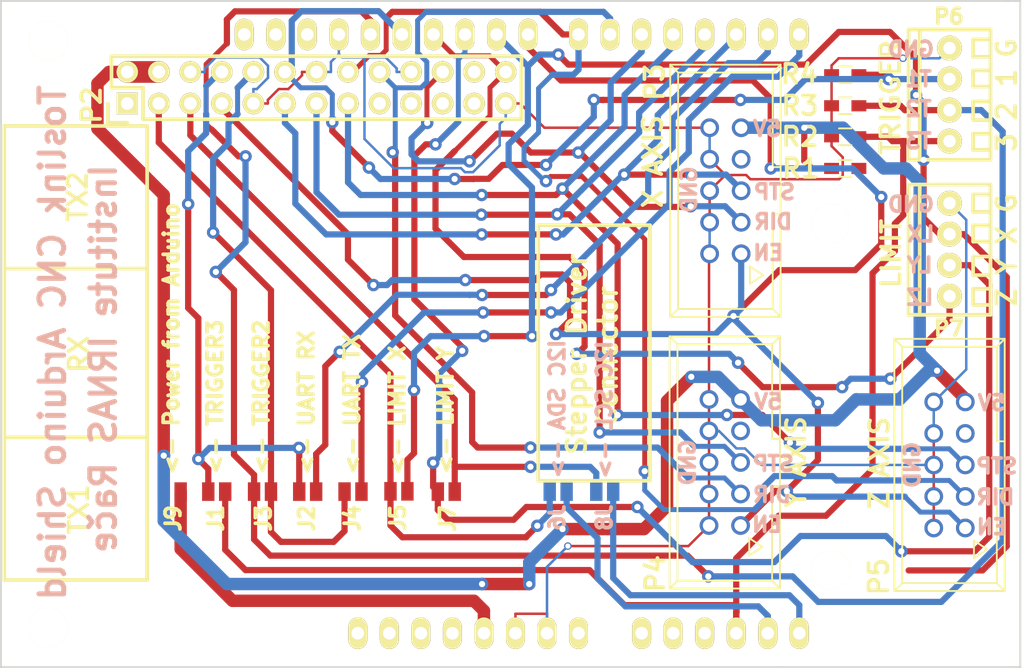
<source format=kicad_pcb>
(kicad_pcb (version 20171130) (host pcbnew "(5.1.12)-1")

  (general
    (thickness 1.6)
    (drawings 55)
    (tracks 674)
    (zones 0)
    (modules 20)
    (nets 25)
  )

  (page A4)
  (title_block
    (title "Toslink CNC Arduino Shield")
    (date 2016-04-14)
    (rev 1.0)
    (company "Institute IRNAS Rače")
  )

  (layers
    (0 F.Cu signal)
    (31 B.Cu signal)
    (32 B.Adhes user)
    (33 F.Adhes user)
    (34 B.Paste user)
    (35 F.Paste user)
    (36 B.SilkS user)
    (37 F.SilkS user)
    (38 B.Mask user)
    (39 F.Mask user)
    (40 Dwgs.User user)
    (41 Cmts.User user)
    (42 Eco1.User user)
    (43 Eco2.User user)
    (44 Edge.Cuts user)
    (45 Margin user)
    (46 B.CrtYd user)
    (47 F.CrtYd user)
    (48 B.Fab user)
    (49 F.Fab user)
  )

  (setup
    (last_trace_width 0.2)
    (user_trace_width 0.4)
    (user_trace_width 0.5)
    (user_trace_width 0.75)
    (user_trace_width 1)
    (user_trace_width 1.25)
    (user_trace_width 1.5)
    (user_trace_width 1.75)
    (user_trace_width 2)
    (trace_clearance 0.2)
    (zone_clearance 0.4)
    (zone_45_only no)
    (trace_min 0.2)
    (via_size 0.6)
    (via_drill 0.4)
    (via_min_size 0.6)
    (via_min_drill 0.3)
    (user_via 1 0.5)
    (uvia_size 0.3)
    (uvia_drill 0.1)
    (uvias_allowed no)
    (uvia_min_size 0.2)
    (uvia_min_drill 0.1)
    (edge_width 0.15)
    (segment_width 0.2)
    (pcb_text_width 0.3)
    (pcb_text_size 1.5 1.5)
    (mod_edge_width 0.15)
    (mod_text_size 1 1)
    (mod_text_width 0.15)
    (pad_size 3.175 3.175)
    (pad_drill 3.175)
    (pad_to_mask_clearance 0.2)
    (aux_axis_origin 147.8 51.7)
    (grid_origin 147.8 51.7)
    (visible_elements 7FFFFF7F)
    (pcbplotparams
      (layerselection 0x010f0_80000001)
      (usegerberextensions false)
      (usegerberattributes true)
      (usegerberadvancedattributes true)
      (creategerberjobfile true)
      (excludeedgelayer true)
      (linewidth 0.100000)
      (plotframeref false)
      (viasonmask false)
      (mode 1)
      (useauxorigin false)
      (hpglpennumber 1)
      (hpglpenspeed 20)
      (hpglpendiameter 15.000000)
      (psnegative false)
      (psa4output false)
      (plotreference true)
      (plotvalue true)
      (plotinvisibletext false)
      (padsonsilk false)
      (subtractmaskfromsilk false)
      (outputformat 4)
      (mirror false)
      (drillshape 0)
      (scaleselection 1)
      (outputdirectory "../gerbers shield/"))
  )

  (net 0 "")
  (net 1 TRIGGER3)
  (net 2 TRIGGER3/UART_RX)
  (net 3 UART_RX)
  (net 4 TRIGGER2)
  (net 5 TRIGGER2/UART_TX)
  (net 6 UART_TX)
  (net 7 LIMIT_X)
  (net 8 LIMIT_X/I2C_SDA)
  (net 9 I2C_SDA)
  (net 10 LIMIT_Y)
  (net 11 LIMIT_Y/I2C_SCL)
  (net 12 I2C_SCL)
  (net 13 +5V)
  (net 14 POWER)
  (net 15 GND)
  (net 16 STEP_X)
  (net 17 STEP_Y)
  (net 18 STEP_Z)
  (net 19 DIR_X)
  (net 20 DIR_Y)
  (net 21 DIR_Z)
  (net 22 ENABLE)
  (net 23 LIMIT_Z)
  (net 24 TRIGGER1)

  (net_class Default "This is the default net class."
    (clearance 0.2)
    (trace_width 0.2)
    (via_dia 0.6)
    (via_drill 0.4)
    (uvia_dia 0.3)
    (uvia_drill 0.1)
    (add_net +5V)
    (add_net DIR_X)
    (add_net DIR_Y)
    (add_net DIR_Z)
    (add_net ENABLE)
    (add_net GND)
    (add_net I2C_SCL)
    (add_net I2C_SDA)
    (add_net LIMIT_X)
    (add_net LIMIT_X/I2C_SDA)
    (add_net LIMIT_Y)
    (add_net LIMIT_Y/I2C_SCL)
    (add_net LIMIT_Z)
    (add_net POWER)
    (add_net STEP_X)
    (add_net STEP_Y)
    (add_net STEP_Z)
    (add_net TRIGGER1)
    (add_net TRIGGER2)
    (add_net TRIGGER2/UART_TX)
    (add_net TRIGGER3)
    (add_net TRIGGER3/UART_RX)
    (add_net UART_RX)
    (add_net UART_TX)
  )

  (module solder_bridge:solder_bridge (layer F.Cu) (tedit 570F83EB) (tstamp 570F3FF0)
    (at 165 91.05)
    (path /570F43B6)
    (fp_text reference J1 (at 0 2.15 90) (layer F.SilkS)
      (effects (font (size 1.2 1.2) (thickness 0.3)))
    )
    (fp_text value solder_bridge (at 0 1.5) (layer F.Fab) hide
      (effects (font (size 1 1) (thickness 0.15)))
    )
    (pad 2 smd rect (at 0.762 0) (size 1 1.5) (layers F.Cu F.Paste F.Mask)
      (net 1 TRIGGER3))
    (pad 1 smd rect (at -0.6 0) (size 1 1.5) (layers F.Cu F.Paste F.Mask)
      (net 2 TRIGGER3/UART_RX))
  )

  (module solder_bridge:solder_bridge (layer F.Cu) (tedit 570F8414) (tstamp 570F3FF6)
    (at 172.325 91.05)
    (path /570F4400)
    (fp_text reference J2 (at 0 2.15 90) (layer F.SilkS)
      (effects (font (size 1.2 1.2) (thickness 0.3)))
    )
    (fp_text value solder_bridge (at 0 1.5) (layer F.Fab) hide
      (effects (font (size 1 1) (thickness 0.15)))
    )
    (pad 2 smd rect (at 0.762 0) (size 1 1.5) (layers F.Cu F.Paste F.Mask)
      (net 3 UART_RX))
    (pad 1 smd rect (at -0.6 0) (size 1 1.5) (layers F.Cu F.Paste F.Mask)
      (net 2 TRIGGER3/UART_RX))
  )

  (module solder_bridge:solder_bridge (layer F.Cu) (tedit 570F8440) (tstamp 570F3FFC)
    (at 168.85 91.05 180)
    (path /570F4748)
    (fp_text reference J3 (at 0 -2.15 270) (layer F.SilkS)
      (effects (font (size 1.2 1.2) (thickness 0.3)))
    )
    (fp_text value solder_bridge (at 0 1.5 180) (layer F.Fab) hide
      (effects (font (size 1 1) (thickness 0.15)))
    )
    (pad 2 smd rect (at 0.762 0 180) (size 1 1.5) (layers F.Cu F.Paste F.Mask)
      (net 4 TRIGGER2))
    (pad 1 smd rect (at -0.6 0 180) (size 1 1.5) (layers F.Cu F.Paste F.Mask)
      (net 5 TRIGGER2/UART_TX))
  )

  (module solder_bridge:solder_bridge (layer F.Cu) (tedit 570F8468) (tstamp 570F4002)
    (at 175.975 91.05)
    (path /570F4716)
    (fp_text reference J4 (at 0.025 2.15 90) (layer F.SilkS)
      (effects (font (size 1.2 1.2) (thickness 0.3)))
    )
    (fp_text value solder_bridge (at 0 1.5) (layer F.Fab) hide
      (effects (font (size 1 1) (thickness 0.15)))
    )
    (pad 2 smd rect (at 0.762 0) (size 1 1.5) (layers F.Cu F.Paste F.Mask)
      (net 6 UART_TX))
    (pad 1 smd rect (at -0.6 0) (size 1 1.5) (layers F.Cu F.Paste F.Mask)
      (net 5 TRIGGER2/UART_TX))
  )

  (module solder_bridge:solder_bridge (layer F.Cu) (tedit 570F8490) (tstamp 570F4008)
    (at 179.675 91.025)
    (path /570F3DCD)
    (fp_text reference J5 (at 0 2.125 90) (layer F.SilkS)
      (effects (font (size 1.2 1.2) (thickness 0.3)))
    )
    (fp_text value solder_bridge (at 0 1.5) (layer F.Fab) hide
      (effects (font (size 1 1) (thickness 0.15)))
    )
    (pad 2 smd rect (at 0.762 0) (size 1 1.5) (layers F.Cu F.Paste F.Mask)
      (net 7 LIMIT_X))
    (pad 1 smd rect (at -0.6 0) (size 1 1.5) (layers F.Cu F.Paste F.Mask)
      (net 8 LIMIT_X/I2C_SDA))
  )

  (module solder_bridge:solder_bridge (layer B.Cu) (tedit 5718A701) (tstamp 570F400E)
    (at 192.5 91.05)
    (path /570F3E93)
    (fp_text reference J6 (at 0 2.1 270) (layer B.SilkS)
      (effects (font (size 1.2 1.2) (thickness 0.3)) (justify mirror))
    )
    (fp_text value solder_bridge (at 0 -1.5) (layer B.Fab) hide
      (effects (font (size 1 1) (thickness 0.15)) (justify mirror))
    )
    (pad 2 smd rect (at 0.762 0) (size 1 1.5) (layers B.Cu B.Paste B.Mask)
      (net 9 I2C_SDA))
    (pad 1 smd rect (at -0.6 0) (size 1 1.5) (layers B.Cu B.Paste B.Mask)
      (net 8 LIMIT_X/I2C_SDA))
  )

  (module solder_bridge:solder_bridge (layer F.Cu) (tedit 570F8602) (tstamp 570F4014)
    (at 183.65 91.05 180)
    (path /570F3FF7)
    (fp_text reference J7 (at -0.025 -2.175 270) (layer F.SilkS)
      (effects (font (size 1.2 1.2) (thickness 0.3)))
    )
    (fp_text value solder_bridge (at 0 1.5 180) (layer F.Fab) hide
      (effects (font (size 1 1) (thickness 0.15)))
    )
    (pad 2 smd rect (at 0.762 0 180) (size 1 1.5) (layers F.Cu F.Paste F.Mask)
      (net 10 LIMIT_Y))
    (pad 1 smd rect (at -0.6 0 180) (size 1 1.5) (layers F.Cu F.Paste F.Mask)
      (net 11 LIMIT_Y/I2C_SCL))
  )

  (module solder_bridge:solder_bridge (layer B.Cu) (tedit 5718A709) (tstamp 570F401A)
    (at 196.25 91.05)
    (path /570F402B)
    (fp_text reference J8 (at 0.05 2.1 270) (layer B.SilkS)
      (effects (font (size 1.2 1.2) (thickness 0.3)) (justify mirror))
    )
    (fp_text value solder_bridge (at 0 -1.5) (layer B.Fab) hide
      (effects (font (size 1 1) (thickness 0.15)) (justify mirror))
    )
    (pad 2 smd rect (at 0.762 0) (size 1 1.5) (layers B.Cu B.Paste B.Mask)
      (net 12 I2C_SCL))
    (pad 1 smd rect (at -0.6 0) (size 1 1.5) (layers B.Cu B.Paste B.Mask)
      (net 11 LIMIT_Y/I2C_SCL))
  )

  (module solder_bridge:solder_bridge (layer F.Cu) (tedit 570F7F57) (tstamp 570F4020)
    (at 161.575 91.05 180)
    (path /570E3FAA)
    (fp_text reference J9 (at 0 -2.15 270) (layer F.SilkS)
      (effects (font (size 1.2 1.2) (thickness 0.3)))
    )
    (fp_text value solder_bridge (at 0 1.5 180) (layer F.Fab) hide
      (effects (font (size 1 1) (thickness 0.15)))
    )
    (pad 2 smd rect (at 0.762 0 180) (size 1 1.5) (layers F.Cu F.Paste F.Mask)
      (net 13 +5V))
    (pad 1 smd rect (at -0.6 0 180) (size 1 1.5) (layers F.Cu F.Paste F.Mask)
      (net 14 POWER))
  )

  (module postep_connector:VASCH5x2 (layer F.Cu) (tedit 5718AB44) (tstamp 5718A711)
    (at 206.05 66.8 90)
    (descr CONNECTOR)
    (tags CONNECTOR)
    (path /57189859)
    (attr virtual)
    (fp_text reference P3 (at 8.75 -5.7 90) (layer F.SilkS)
      (effects (font (size 1.5 1.5) (thickness 0.3)))
    )
    (fp_text value PoStep25-32_connector (at 0 5.5 90) (layer F.Fab) hide
      (effects (font (size 1 1) (thickness 0.15)))
    )
    (fp_line (start -6.09854 1.9685) (end -7.49808 1.9685) (layer F.SilkS) (width 0.15))
    (fp_line (start -6.79958 3.03784) (end -6.09854 1.9685) (layer F.SilkS) (width 0.15))
    (fp_line (start -7.49808 1.9685) (end -6.79958 3.03784) (layer F.SilkS) (width 0.15))
    (fp_line (start 10.16 -4.445) (end 10.16 4.445) (layer F.SilkS) (width 0.15))
    (fp_line (start -10.16 -4.445) (end -10.16 4.445) (layer F.SilkS) (width 0.15))
    (fp_line (start 10.16 -4.445) (end -10.16 -4.445) (layer F.SilkS) (width 0.15))
    (fp_line (start -10.16 4.445) (end 10.16 4.445) (layer F.SilkS) (width 0.15))
    (fp_line (start -1.905 3.81) (end -1.905 4.445) (layer F.SilkS) (width 0.15))
    (fp_line (start -9.525 3.81) (end -1.905 3.81) (layer F.SilkS) (width 0.15))
    (fp_line (start -9.525 -3.81) (end -9.525 3.81) (layer F.SilkS) (width 0.15))
    (fp_line (start 9.525 -3.81) (end -9.525 -3.81) (layer F.SilkS) (width 0.15))
    (fp_line (start 9.525 3.81) (end 9.525 -3.81) (layer F.SilkS) (width 0.15))
    (fp_line (start 1.905 3.81) (end 9.525 3.81) (layer F.SilkS) (width 0.15))
    (fp_line (start 1.905 4.445) (end 1.905 3.81) (layer F.SilkS) (width 0.15))
    (fp_line (start 9.525 -3.81) (end 10.16 -4.445) (layer F.SilkS) (width 0.15))
    (fp_line (start 9.525 3.81) (end 10.16 4.445) (layer F.SilkS) (width 0.15))
    (fp_line (start -9.525 3.81) (end -10.16 4.445) (layer F.SilkS) (width 0.15))
    (fp_line (start -9.525 -3.81) (end -10.16 -4.445) (layer F.SilkS) (width 0.15))
    (pad 1 thru_hole circle (at -5.08 1.27 90) (size 1.50622 1.50622) (drill 0.99822) (layers *.Cu *.Mask)
      (net 22 ENABLE))
    (pad 2 thru_hole circle (at -5.08 -1.27 90) (size 1.50622 1.50622) (drill 0.99822) (layers *.Cu *.Mask)
      (net 15 GND))
    (pad 3 thru_hole circle (at -2.54 1.27 90) (size 1.50622 1.50622) (drill 0.99822) (layers *.Cu *.Mask)
      (net 19 DIR_X))
    (pad 4 thru_hole circle (at -2.54 -1.27 90) (size 1.50622 1.50622) (drill 0.99822) (layers *.Cu *.Mask)
      (net 15 GND))
    (pad 5 thru_hole circle (at 0 1.27 90) (size 1.50622 1.50622) (drill 0.99822) (layers *.Cu *.Mask)
      (net 16 STEP_X))
    (pad 6 thru_hole circle (at 0 -1.27 90) (size 1.50622 1.50622) (drill 0.99822) (layers *.Cu *.Mask)
      (net 15 GND))
    (pad 7 thru_hole circle (at 2.54 1.27 90) (size 1.50622 1.50622) (drill 0.99822) (layers *.Cu *.Mask))
    (pad 8 thru_hole circle (at 2.54 -1.27 90) (size 1.50622 1.50622) (drill 0.99822) (layers *.Cu *.Mask)
      (net 15 GND))
    (pad 9 thru_hole circle (at 5.08 1.27 90) (size 1.50622 1.50622) (drill 0.99822) (layers *.Cu *.Mask)
      (net 13 +5V))
    (pad 10 thru_hole circle (at 5.08 -1.27 90) (size 1.50622 1.50622) (drill 0.99822) (layers *.Cu *.Mask)
      (net 15 GND))
  )

  (module postep_connector:VASCH5x2 (layer F.Cu) (tedit 5718AB4B) (tstamp 5718A731)
    (at 206 88.7 90)
    (descr CONNECTOR)
    (tags CONNECTOR)
    (path /5718C08F)
    (attr virtual)
    (fp_text reference P4 (at -8.95 -5.6 90) (layer F.SilkS)
      (effects (font (size 1.5 1.5) (thickness 0.3)))
    )
    (fp_text value PoStep25-32_connector (at 0 5.5 90) (layer F.Fab) hide
      (effects (font (size 1 1) (thickness 0.15)))
    )
    (fp_line (start -6.09854 1.9685) (end -7.49808 1.9685) (layer F.SilkS) (width 0.15))
    (fp_line (start -6.79958 3.03784) (end -6.09854 1.9685) (layer F.SilkS) (width 0.15))
    (fp_line (start -7.49808 1.9685) (end -6.79958 3.03784) (layer F.SilkS) (width 0.15))
    (fp_line (start 10.16 -4.445) (end 10.16 4.445) (layer F.SilkS) (width 0.15))
    (fp_line (start -10.16 -4.445) (end -10.16 4.445) (layer F.SilkS) (width 0.15))
    (fp_line (start 10.16 -4.445) (end -10.16 -4.445) (layer F.SilkS) (width 0.15))
    (fp_line (start -10.16 4.445) (end 10.16 4.445) (layer F.SilkS) (width 0.15))
    (fp_line (start -1.905 3.81) (end -1.905 4.445) (layer F.SilkS) (width 0.15))
    (fp_line (start -9.525 3.81) (end -1.905 3.81) (layer F.SilkS) (width 0.15))
    (fp_line (start -9.525 -3.81) (end -9.525 3.81) (layer F.SilkS) (width 0.15))
    (fp_line (start 9.525 -3.81) (end -9.525 -3.81) (layer F.SilkS) (width 0.15))
    (fp_line (start 9.525 3.81) (end 9.525 -3.81) (layer F.SilkS) (width 0.15))
    (fp_line (start 1.905 3.81) (end 9.525 3.81) (layer F.SilkS) (width 0.15))
    (fp_line (start 1.905 4.445) (end 1.905 3.81) (layer F.SilkS) (width 0.15))
    (fp_line (start 9.525 -3.81) (end 10.16 -4.445) (layer F.SilkS) (width 0.15))
    (fp_line (start 9.525 3.81) (end 10.16 4.445) (layer F.SilkS) (width 0.15))
    (fp_line (start -9.525 3.81) (end -10.16 4.445) (layer F.SilkS) (width 0.15))
    (fp_line (start -9.525 -3.81) (end -10.16 -4.445) (layer F.SilkS) (width 0.15))
    (pad 1 thru_hole circle (at -5.08 1.27 90) (size 1.50622 1.50622) (drill 0.99822) (layers *.Cu *.Mask)
      (net 22 ENABLE))
    (pad 2 thru_hole circle (at -5.08 -1.27 90) (size 1.50622 1.50622) (drill 0.99822) (layers *.Cu *.Mask)
      (net 15 GND))
    (pad 3 thru_hole circle (at -2.54 1.27 90) (size 1.50622 1.50622) (drill 0.99822) (layers *.Cu *.Mask)
      (net 20 DIR_Y))
    (pad 4 thru_hole circle (at -2.54 -1.27 90) (size 1.50622 1.50622) (drill 0.99822) (layers *.Cu *.Mask)
      (net 15 GND))
    (pad 5 thru_hole circle (at 0 1.27 90) (size 1.50622 1.50622) (drill 0.99822) (layers *.Cu *.Mask)
      (net 17 STEP_Y))
    (pad 6 thru_hole circle (at 0 -1.27 90) (size 1.50622 1.50622) (drill 0.99822) (layers *.Cu *.Mask)
      (net 15 GND))
    (pad 7 thru_hole circle (at 2.54 1.27 90) (size 1.50622 1.50622) (drill 0.99822) (layers *.Cu *.Mask))
    (pad 8 thru_hole circle (at 2.54 -1.27 90) (size 1.50622 1.50622) (drill 0.99822) (layers *.Cu *.Mask)
      (net 15 GND))
    (pad 9 thru_hole circle (at 5.08 1.27 90) (size 1.50622 1.50622) (drill 0.99822) (layers *.Cu *.Mask)
      (net 13 +5V))
    (pad 10 thru_hole circle (at 5.08 -1.27 90) (size 1.50622 1.50622) (drill 0.99822) (layers *.Cu *.Mask)
      (net 15 GND))
  )

  (module postep_connector:VASCH5x2 (layer F.Cu) (tedit 5718AC10) (tstamp 5718A751)
    (at 224.1 88.9 90)
    (descr CONNECTOR)
    (tags CONNECTOR)
    (path /5718C15B)
    (attr virtual)
    (fp_text reference P5 (at -9 -5.7 90) (layer F.SilkS)
      (effects (font (size 1.5 1.5) (thickness 0.3)))
    )
    (fp_text value PoStep25-32_connector (at 0 5.5 90) (layer F.Fab) hide
      (effects (font (size 1 1) (thickness 0.15)))
    )
    (fp_line (start -6.09854 1.9685) (end -7.49808 1.9685) (layer F.SilkS) (width 0.15))
    (fp_line (start -6.79958 3.03784) (end -6.09854 1.9685) (layer F.SilkS) (width 0.15))
    (fp_line (start -7.49808 1.9685) (end -6.79958 3.03784) (layer F.SilkS) (width 0.15))
    (fp_line (start 10.16 -4.445) (end 10.16 4.445) (layer F.SilkS) (width 0.15))
    (fp_line (start -10.16 -4.445) (end -10.16 4.445) (layer F.SilkS) (width 0.15))
    (fp_line (start 10.16 -4.445) (end -10.16 -4.445) (layer F.SilkS) (width 0.15))
    (fp_line (start -10.16 4.445) (end 10.16 4.445) (layer F.SilkS) (width 0.15))
    (fp_line (start -1.905 3.81) (end -1.905 4.445) (layer F.SilkS) (width 0.15))
    (fp_line (start -9.525 3.81) (end -1.905 3.81) (layer F.SilkS) (width 0.15))
    (fp_line (start -9.525 -3.81) (end -9.525 3.81) (layer F.SilkS) (width 0.15))
    (fp_line (start 9.525 -3.81) (end -9.525 -3.81) (layer F.SilkS) (width 0.15))
    (fp_line (start 9.525 3.81) (end 9.525 -3.81) (layer F.SilkS) (width 0.15))
    (fp_line (start 1.905 3.81) (end 9.525 3.81) (layer F.SilkS) (width 0.15))
    (fp_line (start 1.905 4.445) (end 1.905 3.81) (layer F.SilkS) (width 0.15))
    (fp_line (start 9.525 -3.81) (end 10.16 -4.445) (layer F.SilkS) (width 0.15))
    (fp_line (start 9.525 3.81) (end 10.16 4.445) (layer F.SilkS) (width 0.15))
    (fp_line (start -9.525 3.81) (end -10.16 4.445) (layer F.SilkS) (width 0.15))
    (fp_line (start -9.525 -3.81) (end -10.16 -4.445) (layer F.SilkS) (width 0.15))
    (pad 1 thru_hole circle (at -5.08 1.27 90) (size 1.50622 1.50622) (drill 0.99822) (layers *.Cu *.Mask)
      (net 22 ENABLE))
    (pad 2 thru_hole circle (at -5.08 -1.27 90) (size 1.50622 1.50622) (drill 0.99822) (layers *.Cu *.Mask)
      (net 15 GND))
    (pad 3 thru_hole circle (at -2.54 1.27 90) (size 1.50622 1.50622) (drill 0.99822) (layers *.Cu *.Mask)
      (net 21 DIR_Z))
    (pad 4 thru_hole circle (at -2.54 -1.27 90) (size 1.50622 1.50622) (drill 0.99822) (layers *.Cu *.Mask)
      (net 15 GND))
    (pad 5 thru_hole circle (at 0 1.27 90) (size 1.50622 1.50622) (drill 0.99822) (layers *.Cu *.Mask)
      (net 18 STEP_Z))
    (pad 6 thru_hole circle (at 0 -1.27 90) (size 1.50622 1.50622) (drill 0.99822) (layers *.Cu *.Mask)
      (net 15 GND))
    (pad 7 thru_hole circle (at 2.54 1.27 90) (size 1.50622 1.50622) (drill 0.99822) (layers *.Cu *.Mask))
    (pad 8 thru_hole circle (at 2.54 -1.27 90) (size 1.50622 1.50622) (drill 0.99822) (layers *.Cu *.Mask)
      (net 15 GND))
    (pad 9 thru_hole circle (at 5.08 1.27 90) (size 1.50622 1.50622) (drill 0.99822) (layers *.Cu *.Mask)
      (net 13 +5V))
    (pad 10 thru_hole circle (at 5.08 -1.27 90) (size 1.50622 1.50622) (drill 0.99822) (layers *.Cu *.Mask)
      (net 15 GND))
  )

  (module terminal_block_2_5mm_4pole:terminal_block_2_5mm_4pole (layer F.Cu) (tedit 5718ABF8) (tstamp 5718A772)
    (at 224.1 60.3 90)
    (path /5718ADB8)
    (fp_text reference P6 (at 7.55 -0.05 180) (layer F.SilkS)
      (effects (font (size 1.2 1.2) (thickness 0.3)))
    )
    (fp_text value CONN_01X04 (at 0 4.2 90) (layer F.Fab) hide
      (effects (font (size 1 1) (thickness 0.15)))
    )
    (fp_line (start -4 0) (end -4 -1.7) (layer F.SilkS) (width 0.3))
    (fp_line (start 0 -3.3) (end -4 -3.3) (layer F.SilkS) (width 0.3))
    (fp_line (start -4 -3.3) (end -4 -1.7) (layer F.SilkS) (width 0.3))
    (fp_line (start 0 -3.3) (end 3.9 -3.3) (layer F.SilkS) (width 0.3))
    (fp_line (start -4 3.3) (end -4 0) (layer F.SilkS) (width 0.3))
    (fp_line (start 3.9 3.3) (end -4 3.3) (layer F.SilkS) (width 0.3))
    (fp_line (start -1.9 1.9) (end -1.9 3.3) (layer F.SilkS) (width 0.3))
    (fp_line (start -3.2 1.9) (end -1.9 1.9) (layer F.SilkS) (width 0.3))
    (fp_line (start -3.2 3.3) (end -3.2 1.9) (layer F.SilkS) (width 0.3))
    (fp_line (start -0.8 1.9) (end -0.8 3.3) (layer F.SilkS) (width 0.3))
    (fp_line (start 0.7 1.9) (end 0.7 3.3) (layer F.SilkS) (width 0.3))
    (fp_line (start -0.8 1.9) (end 0.7 1.9) (layer F.SilkS) (width 0.3))
    (fp_line (start -4 -2.4) (end 3.9 -2.4) (layer F.SilkS) (width 0.3))
    (fp_line (start 6.5 0) (end 6.5 -3.3) (layer F.SilkS) (width 0.3))
    (fp_line (start 3.9 -3.3) (end 6.5 -3.3) (layer F.SilkS) (width 0.3))
    (fp_line (start 3.9 -2.4) (end 6.5 -2.4) (layer F.SilkS) (width 0.3))
    (fp_line (start 6.5 3.3) (end 6.5 0) (layer F.SilkS) (width 0.3))
    (fp_line (start 3.9 3.3) (end 6.5 3.3) (layer F.SilkS) (width 0.3))
    (fp_line (start 4.3 1.9) (end 4.3 3.3) (layer F.SilkS) (width 0.3))
    (fp_line (start 4.3 1.9) (end 5.7 1.9) (layer F.SilkS) (width 0.3))
    (fp_line (start 5.7 1.9) (end 5.7 3.3) (layer F.SilkS) (width 0.3))
    (fp_line (start 1.9 1.9) (end 3.1 1.9) (layer F.SilkS) (width 0.3))
    (fp_line (start 1.9 1.9) (end 1.9 3.3) (layer F.SilkS) (width 0.3))
    (fp_line (start 3.2 1.9) (end 3.2 3.3) (layer F.SilkS) (width 0.3))
    (fp_line (start 2.8 1.9) (end 3.2 1.9) (layer F.SilkS) (width 0.3))
    (pad 4 thru_hole circle (at 5 0 90) (size 2 2) (drill 1) (layers *.Cu *.Mask F.SilkS)
      (net 15 GND))
    (pad 3 thru_hole circle (at 2.5 0 90) (size 2 2) (drill 1) (layers *.Cu *.Mask F.SilkS)
      (net 24 TRIGGER1))
    (pad 1 thru_hole circle (at -2.5 0 90) (size 2 2) (drill 1) (layers *.Cu *.Mask F.SilkS)
      (net 1 TRIGGER3))
    (pad 2 thru_hole circle (at 0 0 90) (size 2 2) (drill 1) (layers *.Cu *.Mask F.SilkS)
      (net 4 TRIGGER2))
  )

  (module terminal_block_2_5mm_4pole:terminal_block_2_5mm_4pole (layer F.Cu) (tedit 5718AC00) (tstamp 5718A793)
    (at 224.1 72.8 90)
    (path /5718AC88)
    (fp_text reference P7 (at -5.1 -0.05 180) (layer F.SilkS)
      (effects (font (size 1.2 1.2) (thickness 0.3)))
    )
    (fp_text value CONN_01X04 (at 0 4.2 90) (layer F.Fab) hide
      (effects (font (size 1 1) (thickness 0.15)))
    )
    (fp_line (start -4 0) (end -4 -1.7) (layer F.SilkS) (width 0.3))
    (fp_line (start 0 -3.3) (end -4 -3.3) (layer F.SilkS) (width 0.3))
    (fp_line (start -4 -3.3) (end -4 -1.7) (layer F.SilkS) (width 0.3))
    (fp_line (start 0 -3.3) (end 3.9 -3.3) (layer F.SilkS) (width 0.3))
    (fp_line (start -4 3.3) (end -4 0) (layer F.SilkS) (width 0.3))
    (fp_line (start 3.9 3.3) (end -4 3.3) (layer F.SilkS) (width 0.3))
    (fp_line (start -1.9 1.9) (end -1.9 3.3) (layer F.SilkS) (width 0.3))
    (fp_line (start -3.2 1.9) (end -1.9 1.9) (layer F.SilkS) (width 0.3))
    (fp_line (start -3.2 3.3) (end -3.2 1.9) (layer F.SilkS) (width 0.3))
    (fp_line (start -0.8 1.9) (end -0.8 3.3) (layer F.SilkS) (width 0.3))
    (fp_line (start 0.7 1.9) (end 0.7 3.3) (layer F.SilkS) (width 0.3))
    (fp_line (start -0.8 1.9) (end 0.7 1.9) (layer F.SilkS) (width 0.3))
    (fp_line (start -4 -2.4) (end 3.9 -2.4) (layer F.SilkS) (width 0.3))
    (fp_line (start 6.5 0) (end 6.5 -3.3) (layer F.SilkS) (width 0.3))
    (fp_line (start 3.9 -3.3) (end 6.5 -3.3) (layer F.SilkS) (width 0.3))
    (fp_line (start 3.9 -2.4) (end 6.5 -2.4) (layer F.SilkS) (width 0.3))
    (fp_line (start 6.5 3.3) (end 6.5 0) (layer F.SilkS) (width 0.3))
    (fp_line (start 3.9 3.3) (end 6.5 3.3) (layer F.SilkS) (width 0.3))
    (fp_line (start 4.3 1.9) (end 4.3 3.3) (layer F.SilkS) (width 0.3))
    (fp_line (start 4.3 1.9) (end 5.7 1.9) (layer F.SilkS) (width 0.3))
    (fp_line (start 5.7 1.9) (end 5.7 3.3) (layer F.SilkS) (width 0.3))
    (fp_line (start 1.9 1.9) (end 3.1 1.9) (layer F.SilkS) (width 0.3))
    (fp_line (start 1.9 1.9) (end 1.9 3.3) (layer F.SilkS) (width 0.3))
    (fp_line (start 3.2 1.9) (end 3.2 3.3) (layer F.SilkS) (width 0.3))
    (fp_line (start 2.8 1.9) (end 3.2 1.9) (layer F.SilkS) (width 0.3))
    (pad 4 thru_hole circle (at 5 0 90) (size 2 2) (drill 1) (layers *.Cu *.Mask F.SilkS)
      (net 15 GND))
    (pad 3 thru_hole circle (at 2.5 0 90) (size 2 2) (drill 1) (layers *.Cu *.Mask F.SilkS)
      (net 7 LIMIT_X))
    (pad 1 thru_hole circle (at -2.5 0 90) (size 2 2) (drill 1) (layers *.Cu *.Mask F.SilkS)
      (net 23 LIMIT_Z))
    (pad 2 thru_hole circle (at 0 0 90) (size 2 2) (drill 1) (layers *.Cu *.Mask F.SilkS)
      (net 10 LIMIT_Y))
  )

  (module Resistors_SMD:R_0603_HandSoldering (layer F.Cu) (tedit 5718AAE5) (tstamp 5718A79F)
    (at 215.7 65)
    (descr "Resistor SMD 0603, hand soldering")
    (tags "resistor 0603")
    (path /5718D2C9)
    (attr smd)
    (fp_text reference R1 (at -3.6 0) (layer F.SilkS)
      (effects (font (size 1.5 1.5) (thickness 0.3)))
    )
    (fp_text value 10K (at 0 1.9) (layer F.Fab) hide
      (effects (font (size 1 1) (thickness 0.15)))
    )
    (fp_line (start -0.5 -0.675) (end 0.5 -0.675) (layer F.SilkS) (width 0.15))
    (fp_line (start 0.5 0.675) (end -0.5 0.675) (layer F.SilkS) (width 0.15))
    (fp_line (start 2 -0.8) (end 2 0.8) (layer F.CrtYd) (width 0.05))
    (fp_line (start -2 -0.8) (end -2 0.8) (layer F.CrtYd) (width 0.05))
    (fp_line (start -2 0.8) (end 2 0.8) (layer F.CrtYd) (width 0.05))
    (fp_line (start -2 -0.8) (end 2 -0.8) (layer F.CrtYd) (width 0.05))
    (pad 1 smd rect (at -1.1 0) (size 1.2 0.9) (layers F.Cu F.Paste F.Mask)
      (net 13 +5V))
    (pad 2 smd rect (at 1.1 0) (size 1.2 0.9) (layers F.Cu F.Paste F.Mask)
      (net 22 ENABLE))
    (model Resistors_SMD.3dshapes/R_0603_HandSoldering.wrl
      (at (xyz 0 0 0))
      (scale (xyz 1 1 1))
      (rotate (xyz 0 0 0))
    )
  )

  (module Resistors_SMD:R_0603_HandSoldering (layer F.Cu) (tedit 5718AAFF) (tstamp 5718A7AB)
    (at 215.7 62.45)
    (descr "Resistor SMD 0603, hand soldering")
    (tags "resistor 0603")
    (path /5718D6A4)
    (attr smd)
    (fp_text reference R2 (at -3.65 0) (layer F.SilkS)
      (effects (font (size 1.5 1.5) (thickness 0.3)))
    )
    (fp_text value 10K (at 0 1.9) (layer F.Fab) hide
      (effects (font (size 1 1) (thickness 0.15)))
    )
    (fp_line (start -0.5 -0.675) (end 0.5 -0.675) (layer F.SilkS) (width 0.15))
    (fp_line (start 0.5 0.675) (end -0.5 0.675) (layer F.SilkS) (width 0.15))
    (fp_line (start 2 -0.8) (end 2 0.8) (layer F.CrtYd) (width 0.05))
    (fp_line (start -2 -0.8) (end -2 0.8) (layer F.CrtYd) (width 0.05))
    (fp_line (start -2 0.8) (end 2 0.8) (layer F.CrtYd) (width 0.05))
    (fp_line (start -2 -0.8) (end 2 -0.8) (layer F.CrtYd) (width 0.05))
    (pad 1 smd rect (at -1.1 0) (size 1.2 0.9) (layers F.Cu F.Paste F.Mask)
      (net 15 GND))
    (pad 2 smd rect (at 1.1 0) (size 1.2 0.9) (layers F.Cu F.Paste F.Mask)
      (net 1 TRIGGER3))
    (model Resistors_SMD.3dshapes/R_0603_HandSoldering.wrl
      (at (xyz 0 0 0))
      (scale (xyz 1 1 1))
      (rotate (xyz 0 0 0))
    )
  )

  (module Resistors_SMD:R_0603_HandSoldering (layer F.Cu) (tedit 5718AB11) (tstamp 5718A7B7)
    (at 215.7 59.95)
    (descr "Resistor SMD 0603, hand soldering")
    (tags "resistor 0603")
    (path /5718D6FC)
    (attr smd)
    (fp_text reference R3 (at -3.65 0) (layer F.SilkS)
      (effects (font (size 1.5 1.5) (thickness 0.3)))
    )
    (fp_text value 10K (at 0 1.9) (layer F.Fab) hide
      (effects (font (size 1 1) (thickness 0.15)))
    )
    (fp_line (start -0.5 -0.675) (end 0.5 -0.675) (layer F.SilkS) (width 0.15))
    (fp_line (start 0.5 0.675) (end -0.5 0.675) (layer F.SilkS) (width 0.15))
    (fp_line (start 2 -0.8) (end 2 0.8) (layer F.CrtYd) (width 0.05))
    (fp_line (start -2 -0.8) (end -2 0.8) (layer F.CrtYd) (width 0.05))
    (fp_line (start -2 0.8) (end 2 0.8) (layer F.CrtYd) (width 0.05))
    (fp_line (start -2 -0.8) (end 2 -0.8) (layer F.CrtYd) (width 0.05))
    (pad 1 smd rect (at -1.1 0) (size 1.2 0.9) (layers F.Cu F.Paste F.Mask)
      (net 15 GND))
    (pad 2 smd rect (at 1.1 0) (size 1.2 0.9) (layers F.Cu F.Paste F.Mask)
      (net 4 TRIGGER2))
    (model Resistors_SMD.3dshapes/R_0603_HandSoldering.wrl
      (at (xyz 0 0 0))
      (scale (xyz 1 1 1))
      (rotate (xyz 0 0 0))
    )
  )

  (module Resistors_SMD:R_0603_HandSoldering (layer F.Cu) (tedit 5718AA39) (tstamp 5718A7C3)
    (at 215.7 57.45)
    (descr "Resistor SMD 0603, hand soldering")
    (tags "resistor 0603")
    (path /5718D74F)
    (attr smd)
    (fp_text reference R4 (at -3.7 -0.05) (layer F.SilkS)
      (effects (font (size 1.5 1.5) (thickness 0.3)))
    )
    (fp_text value 10K (at 0 1.9) (layer F.Fab) hide
      (effects (font (size 1 1) (thickness 0.15)))
    )
    (fp_line (start -0.5 -0.675) (end 0.5 -0.675) (layer F.SilkS) (width 0.15))
    (fp_line (start 0.5 0.675) (end -0.5 0.675) (layer F.SilkS) (width 0.15))
    (fp_line (start 2 -0.8) (end 2 0.8) (layer F.CrtYd) (width 0.05))
    (fp_line (start -2 -0.8) (end -2 0.8) (layer F.CrtYd) (width 0.05))
    (fp_line (start -2 0.8) (end 2 0.8) (layer F.CrtYd) (width 0.05))
    (fp_line (start -2 -0.8) (end 2 -0.8) (layer F.CrtYd) (width 0.05))
    (pad 1 smd rect (at -1.1 0) (size 1.2 0.9) (layers F.Cu F.Paste F.Mask)
      (net 15 GND))
    (pad 2 smd rect (at 1.1 0) (size 1.2 0.9) (layers F.Cu F.Paste F.Mask)
      (net 24 TRIGGER1))
    (model Resistors_SMD.3dshapes/R_0603_HandSoldering.wrl
      (at (xyz 0 0 0))
      (scale (xyz 1 1 1))
      (rotate (xyz 0 0 0))
    )
  )

  (module arduino_footprint:ARDUINO_SHIELD (layer F.Cu) (tedit 574D80AE) (tstamp 570F4051)
    (at 148.501 105.004)
    (descr http://www.thingiverse.com/thing:9630)
    (path /570E3CA5)
    (fp_text reference P1 (at 8.89 -57) (layer F.SilkS) hide
      (effects (font (size 1.524 1.524) (thickness 0.3048)))
    )
    (fp_text value "Arduino UNO" (at 10.16 -54.61) (layer F.SilkS) hide
      (effects (font (size 1.524 1.524) (thickness 0.3048)))
    )
    (fp_line (start 66.04 -2.54) (end 66.04 0) (layer Cmts.User) (width 0.381))
    (fp_line (start 68.58 -5.08) (end 66.04 -2.54) (layer Cmts.User) (width 0.381))
    (fp_line (start 68.58 -38.1) (end 68.58 -5.08) (layer Cmts.User) (width 0.381))
    (fp_line (start 66.04 -40.64) (end 68.58 -38.1) (layer Cmts.User) (width 0.381))
    (fp_line (start 0 0) (end 0 -53.34) (layer Cmts.User) (width 0.381))
    (fp_line (start 66.04 0) (end 0 0) (layer Cmts.User) (width 0.381))
    (fp_line (start 64.77 -53.34) (end 0 -53.34) (layer Cmts.User) (width 0.381))
    (fp_line (start 66.04 -52.07) (end 64.77 -53.34) (layer Cmts.User) (width 0.381))
    (fp_line (start 66.04 -40.64) (end 66.04 -52.07) (layer Cmts.User) (width 0.381))
    (fp_line (start 14 -48.8) (end 14 -43.8) (layer Cmts.User) (width 0.3))
    (fp_line (start 21.4 -48.8) (end 14 -48.8) (layer Cmts.User) (width 0.3))
    (fp_line (start 21.4 -43.8) (end 21.4 -48.8) (layer Cmts.User) (width 0.3))
    (fp_line (start 14 -43.8) (end 21.4 -43.8) (layer Cmts.User) (width 0.3))
    (fp_line (start 3.55 -44.35) (end 8.1 -44.35) (layer Cmts.User) (width 0.3))
    (fp_line (start 8.1 -44.35) (end 9.4 -44.35) (layer Cmts.User) (width 0.3))
    (fp_line (start 9.4 -32.35) (end 0 -32.35) (layer Cmts.User) (width 0.3))
    (fp_line (start 9.4 -44.35) (end 9.4 -32.35) (layer Cmts.User) (width 0.3))
    (fp_line (start 3.55 -44.35) (end 0 -44.35) (layer Cmts.User) (width 0.3))
    (fp_line (start 4.7 -4) (end 0 -4) (layer Cmts.User) (width 0.3))
    (fp_line (start 0 -12) (end 3.9 -12) (layer Cmts.User) (width 0.3))
    (fp_line (start 11.6 -8.15) (end 11.6 -5.45) (layer Cmts.User) (width 0.3))
    (fp_line (start 11.6 -4) (end 11.6 -5.45) (layer Cmts.User) (width 0.3))
    (fp_line (start 4.7 -4) (end 11.6 -4) (layer Cmts.User) (width 0.3))
    (fp_line (start 3.9 -12) (end 10.55 -12) (layer Cmts.User) (width 0.3))
    (fp_line (start 11.6 -8.15) (end 11.6 -11.35) (layer Cmts.User) (width 0.3))
    (fp_line (start 11.6 -12) (end 11.6 -11.35) (layer Cmts.User) (width 0.3))
    (fp_line (start 10.55 -12) (end 11.6 -12) (layer Cmts.User) (width 0.3))
    (pad AD5 thru_hole oval (at 63.5 -2.54 90) (size 2.54 1.524) (drill 1.016) (layers *.Cu *.Mask F.SilkS)
      (net 12 I2C_SCL))
    (pad AD4 thru_hole oval (at 60.96 -2.54 90) (size 2.54 1.524) (drill 1.016) (layers *.Cu *.Mask F.SilkS)
      (net 9 I2C_SDA))
    (pad AD3 thru_hole oval (at 58.42 -2.54 90) (size 2.54 1.524) (drill 1.016) (layers *.Cu *.Mask F.SilkS)
      (net 1 TRIGGER3))
    (pad AD0 thru_hole oval (at 50.8 -2.54 90) (size 2.54 1.524) (drill 1.016) (layers *.Cu *.Mask F.SilkS))
    (pad AD1 thru_hole oval (at 53.34 -2.54 90) (size 2.54 1.524) (drill 1.016) (layers *.Cu *.Mask F.SilkS))
    (pad AD2 thru_hole oval (at 55.88 -2.54 90) (size 2.54 1.524) (drill 1.016) (layers *.Cu *.Mask F.SilkS))
    (pad V_IN thru_hole oval (at 45.72 -2.54 90) (size 2.54 1.524) (drill 1.016) (layers *.Cu *.Mask F.SilkS))
    (pad GND2 thru_hole oval (at 43.18 -2.54 90) (size 2.54 1.524) (drill 1.016) (layers *.Cu *.Mask F.SilkS)
      (net 15 GND))
    (pad GND1 thru_hole oval (at 40.64 -2.54 90) (size 2.54 1.524) (drill 1.016) (layers *.Cu *.Mask F.SilkS)
      (net 15 GND))
    (pad 3V3 thru_hole oval (at 35.56 -2.54 90) (size 2.54 1.524) (drill 1.016) (layers *.Cu *.Mask F.SilkS))
    (pad RST thru_hole oval (at 33.02 -2.54 90) (size 2.54 1.524) (drill 1.016) (layers *.Cu *.Mask F.SilkS))
    (pad 0 thru_hole oval (at 63.5 -50.8 90) (size 2.54 1.524) (drill 1.016) (layers *.Cu *.Mask F.SilkS)
      (net 6 UART_TX))
    (pad 1 thru_hole oval (at 60.96 -50.8 90) (size 2.54 1.524) (drill 1.016) (layers *.Cu *.Mask F.SilkS)
      (net 3 UART_RX))
    (pad 2 thru_hole oval (at 58.42 -50.8 90) (size 2.54 1.524) (drill 1.016) (layers *.Cu *.Mask F.SilkS)
      (net 16 STEP_X))
    (pad 3 thru_hole oval (at 55.88 -50.8 90) (size 2.54 1.524) (drill 1.016) (layers *.Cu *.Mask F.SilkS)
      (net 17 STEP_Y))
    (pad 4 thru_hole oval (at 53.34 -50.8 90) (size 2.54 1.524) (drill 1.016) (layers *.Cu *.Mask F.SilkS)
      (net 18 STEP_Z))
    (pad 5 thru_hole oval (at 50.8 -50.8 90) (size 2.54 1.524) (drill 1.016) (layers *.Cu *.Mask F.SilkS)
      (net 19 DIR_X))
    (pad 6 thru_hole oval (at 48.26 -50.8 90) (size 2.54 1.524) (drill 1.016) (layers *.Cu *.Mask F.SilkS)
      (net 20 DIR_Y))
    (pad 7 thru_hole oval (at 45.72 -50.8 90) (size 2.54 1.524) (drill 1.016) (layers *.Cu *.Mask F.SilkS)
      (net 21 DIR_Z))
    (pad 8 thru_hole oval (at 41.656 -50.8 90) (size 2.54 1.524) (drill 1.016) (layers *.Cu *.Mask F.SilkS)
      (net 22 ENABLE))
    (pad 9 thru_hole oval (at 39.116 -50.8 90) (size 2.54 1.524) (drill 1.016) (layers *.Cu *.Mask F.SilkS)
      (net 7 LIMIT_X))
    (pad 10 thru_hole oval (at 36.576 -50.8 90) (size 2.54 1.524) (drill 1.016) (layers *.Cu *.Mask F.SilkS)
      (net 10 LIMIT_Y))
    (pad 11 thru_hole oval (at 34.036 -50.8 90) (size 2.54 1.524) (drill 1.016) (layers *.Cu *.Mask F.SilkS)
      (net 23 LIMIT_Z))
    (pad 12 thru_hole oval (at 31.496 -50.8 90) (size 2.54 1.524) (drill 1.016) (layers *.Cu *.Mask F.SilkS)
      (net 24 TRIGGER1))
    (pad 13 thru_hole oval (at 28.956 -50.8 90) (size 2.54 1.524) (drill 1.016) (layers *.Cu *.Mask F.SilkS)
      (net 4 TRIGGER2))
    (pad GND3 thru_hole oval (at 26.416 -50.8 90) (size 2.54 1.524) (drill 1.016) (layers *.Cu *.Mask F.SilkS)
      (net 15 GND))
    (pad AREF thru_hole oval (at 23.876 -50.8 90) (size 2.54 1.524) (drill 1.016) (layers *.Cu *.Mask F.SilkS))
    (pad 5V thru_hole oval (at 38.1 -2.54 90) (size 2.54 1.524) (drill 1.016) (layers *.Cu *.Mask F.SilkS)
      (net 14 POWER))
    (pad "" np_thru_hole circle (at 66.04 -7.62 90) (size 3.175 3.175) (drill 3.175) (layers *.Cu *.Mask F.SilkS))
    (pad "" np_thru_hole circle (at 66.04 -35.56 90) (size 3.175 3.175) (drill 3.175) (layers *.Cu *.Mask F.SilkS))
    (pad "" np_thru_hole circle (at 3 -50.3 90) (size 3.175 3.175) (drill 3.175) (layers *.Cu *.Mask F.SilkS))
    (pad "" np_thru_hole circle (at 3 -3 90) (size 3.175 3.175) (drill 3.175) (layers *.Cu *.Mask F.SilkS))
    (pad SDA thru_hole oval (at 21.336 -50.8 90) (size 2.54 1.524) (drill 1.016) (layers *.Cu *.Mask F.SilkS))
    (pad SCL thru_hole oval (at 18.796 -50.8 90) (size 2.54 1.524) (drill 1.016) (layers *.Cu *.Mask F.SilkS))
    (pad IO_R thru_hole oval (at 30.48 -2.54 90) (size 2.54 1.524) (drill 1.016) (layers *.Cu *.Mask F.SilkS))
    (pad NC thru_hole oval (at 27.94 -2.54 90) (size 2.54 1.524) (drill 1.016) (layers *.Cu *.Mask F.SilkS))
  )

  (module toslink_pcb:toslink_pcb (layer F.Cu) (tedit 574D8558) (tstamp 574DAD39)
    (at 147.975 104.875 90)
    (descr toslink_pcb)
    (path /570E3F81)
    (fp_text reference P2 (at 44.975 7.025 90) (layer F.SilkS)
      (effects (font (size 1.5 1.5) (thickness 0.3)))
    )
    (fp_text value "Toslink CNC Transciever" (at 22.72 30.42 90) (layer F.Fab) hide
      (effects (font (size 1.5 1.5) (thickness 0.3)))
    )
    (fp_line (start 43.56 8.35) (end 45.11 8.35) (layer F.SilkS) (width 0.3))
    (fp_line (start 46.38 11.17) (end 43.84 11.17) (layer F.SilkS) (width 0.3))
    (fp_line (start 46.38 8.63) (end 46.38 11.17) (layer F.SilkS) (width 0.3))
    (fp_line (start 43.56 9.9) (end 43.56 8.35) (layer F.SilkS) (width 0.3))
    (fp_line (start 48.92 8.63) (end 46.38 8.63) (layer F.SilkS) (width 0.3))
    (fp_line (start 48.92 41.65) (end 43.84 41.65) (layer F.SilkS) (width 0.3))
    (fp_line (start 43.84 11.17) (end 43.84 41.65) (layer F.SilkS) (width 0.3))
    (fp_line (start 48.92 8.63) (end 48.92 41.65) (layer F.SilkS) (width 0.3))
    (fp_line (start 49.41 8.15) (end 49.41 42.15) (layer F.CrtYd) (width 0.05))
    (fp_line (start 43.36 8.15) (end 43.36 42.15) (layer F.CrtYd) (width 0.05))
    (fp_line (start 43.36 42.15) (end 49.41 42.15) (layer F.CrtYd) (width 0.05))
    (fp_line (start 43.36 8.15) (end 49.41 8.15) (layer F.CrtYd) (width 0.05))
    (fp_line (start 0 52) (end 50 52) (layer Cmts.User) (width 0.3))
    (fp_line (start 0 0) (end 0 52) (layer Cmts.User) (width 0.3))
    (fp_line (start 0 0) (end 50 0) (layer Cmts.User) (width 0.3))
    (fp_line (start 50 0) (end 50 52) (layer Cmts.User) (width 0.3))
    (fp_line (start 6.7 11.5) (end 6.7 0) (layer F.SilkS) (width 0.3))
    (fp_line (start 43.3 11.5) (end 43.3 0) (layer F.SilkS) (width 0.3))
    (fp_line (start 6.7 11.5) (end 43.3 11.5) (layer F.SilkS) (width 0.3))
    (fp_line (start 18.2 0) (end 18.2 11.5) (layer F.SilkS) (width 0.3))
    (fp_line (start 31.8 0) (end 31.8 11.5) (layer F.SilkS) (width 0.3))
    (fp_line (start 19.9 43) (end 31.3 43) (layer F.SilkS) (width 0.3))
    (fp_line (start 14.7 46.3) (end 14.7 44.5) (layer F.SilkS) (width 0.3))
    (fp_line (start 35.3 46.5) (end 35.3 52) (layer F.SilkS) (width 0.3))
    (fp_line (start 14.7 46.3) (end 14.7 52) (layer F.SilkS) (width 0.3))
    (fp_line (start 14.7 43) (end 14.7 44.5) (layer F.SilkS) (width 0.3))
    (fp_line (start 19.9 43) (end 14.7 43) (layer F.SilkS) (width 0.3))
    (fp_line (start 35.3 43) (end 35.3 46.5) (layer F.SilkS) (width 0.3))
    (fp_line (start 35.2 43) (end 35.3 43) (layer F.SilkS) (width 0.3))
    (fp_line (start 31.3 43) (end 35.2 43) (layer F.SilkS) (width 0.3))
    (fp_line (start 14.7 52) (end 35.3 52) (layer F.SilkS) (width 0.3))
    (fp_line (start 6.7 0) (end 43.3 0) (layer F.SilkS) (width 0.3))
    (fp_text user Connector (at 24.75 48.6 90) (layer F.SilkS)
      (effects (font (size 1.5 1.5) (thickness 0.3)))
    )
    (fp_text user "Stepper Driver" (at 24.9 46.1 90) (layer F.SilkS)
      (effects (font (size 1.5 1.5) (thickness 0.3)))
    )
    (fp_text user TX2 (at 37.6 5.9 90) (layer F.SilkS)
      (effects (font (size 1.5 1.5) (thickness 0.3)))
    )
    (fp_text user RX (at 24.9 6 90) (layer F.SilkS)
      (effects (font (size 1.5 1.5) (thickness 0.3)))
    )
    (fp_text user TX1 (at 12.4 6 90) (layer F.SilkS)
      (effects (font (size 1.5 1.5) (thickness 0.3)))
    )
    (pad 1 thru_hole rect (at 45.11 9.9) (size 1.7272 1.7272) (drill 1.016) (layers *.Cu *.Mask F.SilkS))
    (pad 2 thru_hole oval (at 47.65 9.9) (size 1.7272 1.7272) (drill 1.016) (layers *.Cu *.Mask F.SilkS)
      (net 13 +5V))
    (pad 3 thru_hole oval (at 45.11 12.44) (size 1.7272 1.7272) (drill 1.016) (layers *.Cu *.Mask F.SilkS)
      (net 8 LIMIT_X/I2C_SDA))
    (pad 4 thru_hole oval (at 47.65 12.44) (size 1.7272 1.7272) (drill 1.016) (layers *.Cu *.Mask F.SilkS)
      (net 13 +5V))
    (pad 5 thru_hole oval (at 45.11 14.98) (size 1.7272 1.7272) (drill 1.016) (layers *.Cu *.Mask F.SilkS)
      (net 11 LIMIT_Y/I2C_SCL))
    (pad 6 thru_hole oval (at 47.65 14.98) (size 1.7272 1.7272) (drill 1.016) (layers *.Cu *.Mask F.SilkS)
      (net 15 GND))
    (pad 7 thru_hole oval (at 45.11 17.52) (size 1.7272 1.7272) (drill 1.016) (layers *.Cu *.Mask F.SilkS)
      (net 22 ENABLE))
    (pad 8 thru_hole oval (at 47.65 17.52) (size 1.7272 1.7272) (drill 1.016) (layers *.Cu *.Mask F.SilkS)
      (net 2 TRIGGER3/UART_RX))
    (pad 9 thru_hole oval (at 45.11 20.06) (size 1.7272 1.7272) (drill 1.016) (layers *.Cu *.Mask F.SilkS)
      (net 15 GND))
    (pad 10 thru_hole oval (at 47.65 20.06) (size 1.7272 1.7272) (drill 1.016) (layers *.Cu *.Mask F.SilkS)
      (net 5 TRIGGER2/UART_TX))
    (pad 11 thru_hole oval (at 45.11 22.6) (size 1.7272 1.7272) (drill 1.016) (layers *.Cu *.Mask F.SilkS)
      (net 16 STEP_X))
    (pad 12 thru_hole oval (at 47.65 22.6) (size 1.7272 1.7272) (drill 1.016) (layers *.Cu *.Mask F.SilkS)
      (net 24 TRIGGER1))
    (pad 13 thru_hole oval (at 45.11 25.14) (size 1.7272 1.7272) (drill 1.016) (layers *.Cu *.Mask F.SilkS)
      (net 17 STEP_Y))
    (pad 14 thru_hole oval (at 47.65 25.14) (size 1.7272 1.7272) (drill 1.016) (layers *.Cu *.Mask F.SilkS)
      (net 15 GND))
    (pad 15 thru_hole oval (at 45.11 27.68) (size 1.7272 1.7272) (drill 1.016) (layers *.Cu *.Mask F.SilkS)
      (net 18 STEP_Z))
    (pad 16 thru_hole oval (at 47.65 27.68) (size 1.7272 1.7272) (drill 1.016) (layers *.Cu *.Mask F.SilkS)
      (net 21 DIR_Z))
    (pad 17 thru_hole oval (at 45.11 30.22) (size 1.7272 1.7272) (drill 1.016) (layers *.Cu *.Mask F.SilkS))
    (pad 18 thru_hole oval (at 47.65 30.22) (size 1.7272 1.7272) (drill 1.016) (layers *.Cu *.Mask F.SilkS)
      (net 20 DIR_Y))
    (pad 19 thru_hole oval (at 45.11 32.76) (size 1.7272 1.7272) (drill 1.016) (layers *.Cu *.Mask F.SilkS))
    (pad 20 thru_hole oval (at 47.65 32.76) (size 1.7272 1.7272) (drill 1.016) (layers *.Cu *.Mask F.SilkS)
      (net 15 GND))
    (pad 21 thru_hole oval (at 45.11 35.3) (size 1.7272 1.7272) (drill 1.016) (layers *.Cu *.Mask F.SilkS))
    (pad 22 thru_hole oval (at 47.65 35.3) (size 1.7272 1.7272) (drill 1.016) (layers *.Cu *.Mask F.SilkS)
      (net 19 DIR_X))
    (pad 23 thru_hole oval (at 45.11 37.84) (size 1.7272 1.7272) (drill 1.016) (layers *.Cu *.Mask F.SilkS))
    (pad 24 thru_hole oval (at 47.65 37.84) (size 1.7272 1.7272) (drill 1.016) (layers *.Cu *.Mask F.SilkS))
    (pad 25 thru_hole oval (at 45.11 40.38) (size 1.7272 1.7272) (drill 1.016) (layers *.Cu *.Mask F.SilkS)
      (net 15 GND))
    (pad 26 thru_hole oval (at 47.65 40.38) (size 1.7272 1.7272) (drill 1.016) (layers *.Cu *.Mask F.SilkS)
      (net 23 LIMIT_Z))
  )

  (gr_text 3 (at 228.7 62.9 90) (layer F.SilkS)
    (effects (font (size 1.5 1.5) (thickness 0.3)))
  )
  (gr_text 2 (at 228.7 60.4 90) (layer F.SilkS)
    (effects (font (size 1.5 1.5) (thickness 0.3)))
  )
  (gr_text 1 (at 228.7 57.7 90) (layer F.SilkS)
    (effects (font (size 1.5 1.5) (thickness 0.3)))
  )
  (gr_text G (at 228.7 55.3 90) (layer F.SilkS)
    (effects (font (size 1.5 1.5) (thickness 0.3)))
  )
  (gr_text Z (at 228.7 75.4 90) (layer F.SilkS)
    (effects (font (size 1.5 1.5) (thickness 0.3)))
  )
  (gr_text Y (at 228.7 72.9 90) (layer F.SilkS)
    (effects (font (size 1.5 1.5) (thickness 0.3)))
  )
  (gr_text X (at 228.7 70.4 90) (layer F.SilkS)
    (effects (font (size 1.5 1.5) (thickness 0.3)))
  )
  (gr_text G (at 228.7 67.8 90) (layer F.SilkS)
    (effects (font (size 1.5 1.5) (thickness 0.3)))
  )
  (gr_text EN (at 209.5 71.8) (layer B.SilkS)
    (effects (font (size 1.2 1.2) (thickness 0.3)) (justify mirror))
  )
  (gr_text DIR (at 209.9 69.3) (layer B.SilkS)
    (effects (font (size 1.2 1.2) (thickness 0.3)) (justify mirror))
  )
  (gr_text STP (at 210 66.9) (layer B.SilkS)
    (effects (font (size 1.2 1.2) (thickness 0.3)) (justify mirror))
  )
  (gr_text 5V (at 209.4 61.8) (layer B.SilkS)
    (effects (font (size 1.2 1.2) (thickness 0.3)) (justify mirror))
  )
  (gr_text LZ (at 221.7 75.4) (layer B.SilkS)
    (effects (font (size 1.2 1.2) (thickness 0.3)) (justify mirror))
  )
  (gr_text LY (at 221.7 72.8) (layer B.SilkS)
    (effects (font (size 1.2 1.2) (thickness 0.3)) (justify mirror))
  )
  (gr_text LX (at 221.8 70.3) (layer B.SilkS)
    (effects (font (size 1.2 1.2) (thickness 0.3)) (justify mirror))
  )
  (gr_text GND (at 221 67.9) (layer B.SilkS)
    (effects (font (size 1.2 1.2) (thickness 0.3)) (justify mirror))
  )
  (gr_text T3 (at 221.6 62.8) (layer B.SilkS)
    (effects (font (size 1.2 1.2) (thickness 0.3)) (justify mirror))
  )
  (gr_text T2 (at 221.6 60.2) (layer B.SilkS)
    (effects (font (size 1.2 1.2) (thickness 0.3)) (justify mirror))
  )
  (gr_text T1 (at 221.6 57.8) (layer B.SilkS)
    (effects (font (size 1.2 1.2) (thickness 0.3)) (justify mirror))
  )
  (gr_text GND (at 221 55.4) (layer B.SilkS)
    (effects (font (size 1.2 1.2) (thickness 0.3)) (justify mirror))
  )
  (gr_text GND (at 203.1 66.7 90) (layer B.SilkS)
    (effects (font (size 1.2 1.2) (thickness 0.3)) (justify mirror))
  )
  (gr_text 5V (at 227.5 83.9) (layer B.SilkS)
    (effects (font (size 1.2 1.2) (thickness 0.3)) (justify mirror))
  )
  (gr_text STP (at 227.9 89) (layer B.SilkS)
    (effects (font (size 1.2 1.2) (thickness 0.3)) (justify mirror))
  )
  (gr_text DIR (at 227.8 91.5) (layer B.SilkS)
    (effects (font (size 1.2 1.2) (thickness 0.3)) (justify mirror))
  )
  (gr_text EN (at 227.5 93.9) (layer B.SilkS)
    (effects (font (size 1.2 1.2) (thickness 0.3)) (justify mirror))
  )
  (gr_text GND (at 221.1 88.9 90) (layer B.SilkS)
    (effects (font (size 1.2 1.2) (thickness 0.3)) (justify mirror))
  )
  (gr_text GND (at 203 88.7 90) (layer B.SilkS)
    (effects (font (size 1.2 1.2) (thickness 0.3)) (justify mirror))
  )
  (gr_text 5V (at 209.5 83.8) (layer B.SilkS)
    (effects (font (size 1.2 1.2) (thickness 0.3)) (justify mirror))
  )
  (gr_text STP (at 209.9 88.8) (layer B.SilkS)
    (effects (font (size 1.2 1.2) (thickness 0.3)) (justify mirror))
  )
  (gr_text DIR (at 209.8 91.3) (layer B.SilkS)
    (effects (font (size 1.2 1.2) (thickness 0.3)) (justify mirror))
  )
  (gr_text EN (at 209.4 93.7) (layer B.SilkS)
    (effects (font (size 1.2 1.2) (thickness 0.3)) (justify mirror))
  )
  (gr_text "Y AXIS" (at 211.75 88.65 90) (layer F.SilkS)
    (effects (font (size 1.5 1.5) (thickness 0.3)))
  )
  (gr_text "X AXIS" (at 200.2 64.45 90) (layer F.SilkS)
    (effects (font (size 1.5 1.5) (thickness 0.3)))
  )
  (gr_text "Z AXIS" (at 218.45 88.75 90) (layer F.SilkS)
    (effects (font (size 1.5 1.5) (thickness 0.3)))
  )
  (gr_text TRIGGER (at 219.35 59.3 90) (layer F.SilkS)
    (effects (font (size 1.5 1.5) (thickness 0.3)))
  )
  (gr_text LIMIT (at 219.4 71.85 90) (layer F.SilkS)
    (effects (font (size 1.5 1.5) (thickness 0.3)))
  )
  (gr_text "Institute IRNAS Rače" (at 155.95 80.35 90) (layer B.SilkS)
    (effects (font (size 2 2) (thickness 0.4)) (justify mirror))
  )
  (gr_text "Toslink CNC Arduino Shield" (at 151.85 79.05 90) (layer B.SilkS)
    (effects (font (size 2 2) (thickness 0.4)) (justify mirror))
  )
  (gr_text "I2C SCL ->" (at 196.3 84.45 90) (layer B.SilkS)
    (effects (font (size 1.2 1.2) (thickness 0.3)) (justify mirror))
  )
  (gr_text "<- LIMIT Y" (at 183.5 84.5 90) (layer F.SilkS)
    (effects (font (size 1.2 1.2) (thickness 0.3)))
  )
  (gr_text "I2C SDA ->" (at 192.5 84.4 90) (layer B.SilkS)
    (effects (font (size 1.2 1.2) (thickness 0.3)) (justify mirror))
  )
  (gr_text "<- LIMIT X" (at 179.625 84.5 90) (layer F.SilkS)
    (effects (font (size 1.2 1.2) (thickness 0.3)))
  )
  (gr_text "<- UART TX" (at 175.975 84 90) (layer F.SilkS)
    (effects (font (size 1.2 1.2) (thickness 0.3)))
  )
  (gr_text "<- TRIGGER2" (at 168.675 83.425 90) (layer F.SilkS)
    (effects (font (size 1.2 1.2) (thickness 0.3)))
  )
  (gr_text "<- UART RX" (at 172.3 83.875 90) (layer F.SilkS)
    (effects (font (size 1.2 1.2) (thickness 0.3)))
  )
  (gr_text "<- TRIGGER3" (at 164.95 83.425 90) (layer F.SilkS)
    (effects (font (size 1.2 1.2) (thickness 0.3)))
  )
  (gr_text "<- Power from Arduino" (at 161.425 78.725 90) (layer F.SilkS)
    (effects (font (size 1.2 1.2) (thickness 0.3)))
  )
  (gr_line (start 229.8 51.5) (end 229.4 51.5) (angle 90) (layer Edge.Cuts) (width 0.15))
  (gr_line (start 229.8 105.2) (end 229.8 51.5) (angle 90) (layer Edge.Cuts) (width 0.15))
  (gr_line (start 229.4 105.2) (end 229.8 105.2) (angle 90) (layer Edge.Cuts) (width 0.15))
  (gr_line (start 147.7 105.2) (end 147.7 51.5) (angle 90) (layer Edge.Cuts) (width 0.15))
  (gr_line (start 210.2 105.2) (end 147.7 105.2) (angle 90) (layer Edge.Cuts) (width 0.15))
  (gr_line (start 210.2 105.2) (end 229.4 105.2) (angle 90) (layer Edge.Cuts) (width 0.15))
  (gr_line (start 228.8 51.5) (end 229.4 51.5) (angle 90) (layer Edge.Cuts) (width 0.15))
  (gr_line (start 147.7 51.5) (end 228.8 51.5) (angle 90) (layer Edge.Cuts) (width 0.15))

  (segment (start 220.37 62.8) (end 220.4 62.8) (width 0.5) (layer F.Cu) (net 1))
  (segment (start 206.921 100.2) (end 206.921 96.4289) (width 0.5) (layer F.Cu) (net 1))
  (segment (start 206.921 96.4289) (end 210.355 92.995) (width 0.5) (layer F.Cu) (net 1))
  (segment (start 210.355 92.995) (end 214.155 92.995) (width 0.5) (layer F.Cu) (net 1))
  (segment (start 214.155 92.995) (end 217.9 89.25) (width 0.5) (layer F.Cu) (net 1))
  (segment (start 217.9 89.25) (end 217.9 73.45) (width 0.5) (layer F.Cu) (net 1))
  (segment (start 217.9 73.45) (end 219.7 71.65) (width 0.5) (layer F.Cu) (net 1))
  (segment (start 219.7 71.65) (end 219.7 69.45) (width 0.5) (layer F.Cu) (net 1))
  (segment (start 219.7 69.45) (end 220.37 68.78) (width 0.5) (layer F.Cu) (net 1))
  (segment (start 220.37 68.78) (end 220.37 62.8) (width 0.5) (layer F.Cu) (net 1))
  (segment (start 220.37 62.8) (end 220.4 62.8) (width 0.5) (layer F.Cu) (net 1))
  (segment (start 206.921 100.8) (end 206.921 102.464) (width 0.5) (layer F.Cu) (net 1))
  (segment (start 206.921 100.2) (end 206.95 100.2) (width 0.5) (layer F.Cu) (net 1))
  (segment (start 206.95 100.2) (end 206.95 100.771) (width 0.5) (layer F.Cu) (net 1))
  (segment (start 206.95 100.771) (end 206.921 100.8) (width 0.5) (layer F.Cu) (net 1))
  (segment (start 206.921 100.8) (end 206.921 102.464) (width 0.5) (layer F.Cu) (net 1))
  (segment (start 206.921 100.2) (end 206.921 100.8) (width 0.5) (layer F.Cu) (net 1))
  (segment (start 165.762 91.05) (end 165.762 95.737) (width 0.5) (layer F.Cu) (net 1))
  (segment (start 165.762 95.737) (end 167.4 97.375) (width 0.5) (layer F.Cu) (net 1))
  (segment (start 167.4 97.375) (end 195.1 97.375) (width 0.5) (layer F.Cu) (net 1))
  (segment (start 195.1 97.375) (end 197.925 100.2) (width 0.5) (layer F.Cu) (net 1))
  (segment (start 197.925 100.2) (end 206.921 100.2) (width 0.5) (layer F.Cu) (net 1))
  (segment (start 224.1 62.8) (end 220.4 62.8) (width 0.5) (layer F.Cu) (net 1))
  (segment (start 216.8 62.45) (end 219.15 62.45) (width 0.5) (layer F.Cu) (net 1))
  (segment (start 219.15 62.45) (end 219.5 62.8) (width 0.5) (layer F.Cu) (net 1))
  (segment (start 219.5 62.8) (end 220.37 62.8) (width 0.5) (layer F.Cu) (net 1))
  (segment (start 164.4 91.05) (end 164.4 89.225) (width 0.5) (layer F.Cu) (net 2))
  (segment (start 164.4 89.225) (end 163.6 88.425) (width 0.5) (layer F.Cu) (net 2))
  (segment (start 171.725 87.55) (end 171.7 87.525) (width 1) (layer F.Cu) (net 2))
  (segment (start 171.725 87.55) (end 171.725 91.05) (width 0.5) (layer F.Cu) (net 2))
  (segment (start 171.7 87.525) (end 164.5 87.525) (width 0.5) (layer B.Cu) (net 2))
  (segment (start 164.5 87.525) (end 163.6 88.425) (width 0.5) (layer B.Cu) (net 2))
  (segment (start 165.495 57.225) (end 165.35 57.225) (width 0.5) (layer B.Cu) (net 2))
  (segment (start 165.35 57.225) (end 164.225 58.35) (width 0.5) (layer B.Cu) (net 2))
  (segment (start 162.78 67.87) (end 162.78 63.61) (width 0.5) (layer B.Cu) (net 2))
  (segment (start 162.78 63.61) (end 164.23 62.16) (width 0.5) (layer B.Cu) (net 2))
  (segment (start 164.23 62.16) (end 164.23 60.63) (width 0.5) (layer B.Cu) (net 2))
  (segment (start 164.23 60.63) (end 164.225 60.625) (width 0.5) (layer B.Cu) (net 2))
  (segment (start 162.78 67.87) (end 162.78 76.25) (width 0.5) (layer F.Cu) (net 2))
  (segment (start 162.78 76.25) (end 163.6 77.07) (width 0.5) (layer F.Cu) (net 2))
  (segment (start 163.6 77.07) (end 163.6 88.425) (width 0.5) (layer F.Cu) (net 2))
  (segment (start 164.225 60.625) (end 164.225 58.35) (width 0.4) (layer B.Cu) (net 2))
  (via (at 163.6 88.425) (size 1) (drill 0.5) (layers F.Cu B.Cu) (net 2))
  (via (at 171.7 87.525) (size 1) (drill 0.5) (layers F.Cu B.Cu) (net 2))
  (via (at 162.78 67.87) (size 1) (drill 0.5) (layers F.Cu B.Cu) (net 2))
  (segment (start 209.461 54.204) (end 209.461 55.6489) (width 0.5) (layer B.Cu) (net 3))
  (segment (start 209.461 55.6489) (end 208.6 56.51) (width 0.5) (layer B.Cu) (net 3))
  (segment (start 208.6 56.51) (end 206.29 56.51) (width 0.5) (layer B.Cu) (net 3))
  (segment (start 206.29 56.51) (end 201.8 61) (width 0.5) (layer B.Cu) (net 3))
  (segment (start 201.8 61) (end 201.8 63.3) (width 0.5) (layer B.Cu) (net 3))
  (segment (start 201.8 63.3) (end 199.83 65.27) (width 0.5) (layer B.Cu) (net 3))
  (segment (start 199.83 65.27) (end 199.83 66.97) (width 0.5) (layer B.Cu) (net 3))
  (segment (start 199.83 66.97) (end 192 74.8) (width 0.5) (layer B.Cu) (net 3))
  (segment (start 209.461 54.2036) (end 209.461 54.204) (width 0.5) (layer B.Cu) (net 3))
  (segment (start 185.435 75.185) (end 185.45 75.2) (width 0.5) (layer B.Cu) (net 3))
  (segment (start 174.99 79.78) (end 179.585 75.185) (width 0.5) (layer B.Cu) (net 3))
  (segment (start 179.585 75.185) (end 185.435 75.185) (width 0.5) (layer B.Cu) (net 3))
  (segment (start 173.087 91.05) (end 173.087 88.013) (width 0.5) (layer F.Cu) (net 3))
  (segment (start 173.087 88.013) (end 173.825 87.275) (width 0.5) (layer F.Cu) (net 3))
  (segment (start 173.825 87.275) (end 173.825 80.945) (width 0.5) (layer F.Cu) (net 3))
  (segment (start 173.825 80.945) (end 174.99 79.78) (width 0.5) (layer F.Cu) (net 3))
  (segment (start 191.97 74.77) (end 192 74.8) (width 0.5) (layer F.Cu) (net 3))
  (segment (start 186.45 75.2) (end 191.6 75.2) (width 0.5) (layer F.Cu) (net 3))
  (segment (start 191.6 75.2) (end 192 74.8) (width 0.5) (layer F.Cu) (net 3))
  (segment (start 185.435 75.185) (end 186.435 75.185) (width 0.5) (layer B.Cu) (net 3))
  (segment (start 186.435 75.185) (end 186.45 75.2) (width 0.5) (layer B.Cu) (net 3))
  (via (at 174.99 79.78) (size 1) (drill 0.5) (layers F.Cu B.Cu) (net 3))
  (via (at 192 74.8) (size 1) (drill 0.5) (layers F.Cu B.Cu) (net 3))
  (via (at 186.45 75.2) (size 1) (drill 0.5) (layers F.Cu B.Cu) (net 3))
  (segment (start 177.457 54.2036) (end 177.457 54.204) (width 0.2) (layer F.Cu) (net 4))
  (segment (start 177.457 54.2036) (end 177.457 53.0671) (width 0.5) (layer F.Cu) (net 4))
  (segment (start 177.457 53.0671) (end 176.73 52.34) (width 0.5) (layer F.Cu) (net 4))
  (segment (start 176.73 52.34) (end 166.55 52.34) (width 0.5) (layer F.Cu) (net 4))
  (segment (start 166.55 52.34) (end 165.9 52.99) (width 0.5) (layer F.Cu) (net 4))
  (segment (start 165.9 52.99) (end 165.9 54.93) (width 0.5) (layer F.Cu) (net 4))
  (segment (start 168.088 91.05) (end 168.088 89.698) (width 0.5) (layer F.Cu) (net 4))
  (segment (start 168.088 89.698) (end 166.47 88.08) (width 0.5) (layer F.Cu) (net 4))
  (segment (start 166.47 88.08) (end 166.47 74.8) (width 0.5) (layer F.Cu) (net 4))
  (segment (start 166.47 74.8) (end 165.01 73.34) (width 0.5) (layer F.Cu) (net 4))
  (segment (start 167.4 64.03) (end 167.4 70.95) (width 0.5) (layer B.Cu) (net 4))
  (segment (start 167.4 70.95) (end 165.01 73.34) (width 0.5) (layer B.Cu) (net 4))
  (segment (start 164.66 61.85) (end 166.84 64.03) (width 0.5) (layer F.Cu) (net 4))
  (segment (start 166.84 64.03) (end 167.4 64.03) (width 0.5) (layer F.Cu) (net 4))
  (segment (start 165.9 54.93) (end 164.23 56.6) (width 0.4) (layer F.Cu) (net 4))
  (segment (start 164.23 56.6) (end 164.23 61.42) (width 0.4) (layer F.Cu) (net 4))
  (segment (start 164.23 61.42) (end 164.66 61.85) (width 0.4) (layer F.Cu) (net 4))
  (segment (start 204.67 97.88) (end 211.46 97.88) (width 0.5) (layer B.Cu) (net 4))
  (segment (start 211.46 97.88) (end 213.52 99.94) (width 0.5) (layer B.Cu) (net 4))
  (segment (start 213.52 99.94) (end 223.44 99.94) (width 0.5) (layer B.Cu) (net 4))
  (segment (start 223.44 99.94) (end 228.38 95) (width 0.5) (layer B.Cu) (net 4))
  (segment (start 228.38 95) (end 228.38 62.03) (width 0.5) (layer B.Cu) (net 4))
  (segment (start 228.38 62.03) (end 226.65 60.3) (width 0.5) (layer B.Cu) (net 4))
  (segment (start 226.65 60.3) (end 224.1 60.3) (width 0.5) (layer B.Cu) (net 4))
  (segment (start 168.088 91.05) (end 168.088 94.898) (width 0.5) (layer F.Cu) (net 4))
  (segment (start 168.088 94.898) (end 169.4 96.21) (width 0.5) (layer F.Cu) (net 4))
  (segment (start 169.4 96.21) (end 203 96.21) (width 0.5) (layer F.Cu) (net 4))
  (segment (start 203 96.21) (end 204.67 97.88) (width 0.5) (layer F.Cu) (net 4))
  (segment (start 216.8 59.95) (end 220.15 59.95) (width 0.5) (layer F.Cu) (net 4))
  (segment (start 220.15 59.95) (end 220.5 60.3) (width 0.5) (layer F.Cu) (net 4))
  (segment (start 220.5 60.3) (end 224.1 60.3) (width 0.5) (layer F.Cu) (net 4))
  (via (at 167.4 64.03) (size 1) (drill 0.5) (layers F.Cu B.Cu) (net 4))
  (via (at 165.01 73.34) (size 1) (drill 0.5) (layers F.Cu B.Cu) (net 4))
  (via (at 204.67 97.88) (size 1) (drill 0.5) (layers F.Cu B.Cu) (net 4))
  (segment (start 169.45 91.05) (end 169.45 94.3) (width 0.5) (layer F.Cu) (net 5))
  (segment (start 169.45 94.3) (end 170.25 95.1) (width 0.5) (layer F.Cu) (net 5))
  (segment (start 170.25 95.1) (end 174.5 95.1) (width 0.5) (layer F.Cu) (net 5))
  (segment (start 174.5 95.1) (end 175.375 94.225) (width 0.5) (layer F.Cu) (net 5))
  (segment (start 175.375 94.225) (end 175.375 91.05) (width 0.5) (layer F.Cu) (net 5))
  (segment (start 166.76 60.62) (end 166.03 61.35) (width 0.5) (layer B.Cu) (net 5))
  (segment (start 166.03 61.35) (end 166.03 62.95) (width 0.5) (layer B.Cu) (net 5))
  (segment (start 166.03 62.95) (end 164.79 64.19) (width 0.5) (layer B.Cu) (net 5))
  (segment (start 164.79 64.19) (end 164.79 70.16) (width 0.5) (layer B.Cu) (net 5))
  (segment (start 169.45 91.05) (end 169.45 74.82) (width 0.5) (layer F.Cu) (net 5))
  (segment (start 169.45 74.82) (end 164.79 70.16) (width 0.5) (layer F.Cu) (net 5))
  (segment (start 166.76 58.5) (end 166.76 60.62) (width 0.4) (layer B.Cu) (net 5))
  (segment (start 168.035 57.225) (end 166.76 58.5) (width 0.5) (layer B.Cu) (net 5))
  (via (at 164.79 70.16) (size 1) (drill 0.5) (layers F.Cu B.Cu) (net 5))
  (segment (start 212.001 54.204) (end 212.001 54.2036) (width 0.5) (layer B.Cu) (net 6))
  (segment (start 192 76.61) (end 192.79 76.61) (width 0.5) (layer B.Cu) (net 6))
  (segment (start 192.79 76.61) (end 201.55 67.85) (width 0.5) (layer B.Cu) (net 6))
  (segment (start 201.55 67.85) (end 201.55 65.25) (width 0.5) (layer B.Cu) (net 6))
  (segment (start 201.55 65.25) (end 203.1 63.7) (width 0.5) (layer B.Cu) (net 6))
  (segment (start 203.1 63.7) (end 203.1 61.1) (width 0.5) (layer B.Cu) (net 6))
  (segment (start 203.1 61.1) (end 206.59 57.61) (width 0.5) (layer B.Cu) (net 6))
  (segment (start 206.59 57.61) (end 210.29 57.61) (width 0.5) (layer B.Cu) (net 6))
  (segment (start 210.29 57.61) (end 212.001 55.8989) (width 0.5) (layer B.Cu) (net 6))
  (segment (start 212.001 55.8989) (end 212.001 54.204) (width 0.5) (layer B.Cu) (net 6))
  (segment (start 176.78 82.22) (end 176.78 81.61) (width 0.5) (layer B.Cu) (net 6))
  (segment (start 176.78 81.61) (end 181.78 76.61) (width 0.5) (layer B.Cu) (net 6))
  (segment (start 181.78 76.61) (end 186.53 76.61) (width 0.5) (layer B.Cu) (net 6))
  (segment (start 176.737 91.05) (end 176.737 82.263) (width 0.5) (layer F.Cu) (net 6))
  (segment (start 176.737 82.263) (end 176.78 82.22) (width 0.5) (layer F.Cu) (net 6))
  (segment (start 186.53 76.61) (end 192 76.61) (width 0.5) (layer F.Cu) (net 6))
  (segment (start 192 76.61) (end 192 76.6) (width 0.5) (layer B.Cu) (net 6))
  (via (at 176.78 82.22) (size 1) (drill 0.5) (layers F.Cu B.Cu) (net 6))
  (via (at 186.53 76.61) (size 1) (drill 0.5) (layers F.Cu B.Cu) (net 6))
  (via (at 192 76.61) (size 1) (drill 0.5) (layers F.Cu B.Cu) (net 6))
  (segment (start 187.617 54.2036) (end 187.617 54.204) (width 0.5) (layer B.Cu) (net 7))
  (segment (start 180.437 91.025) (end 180.437 88.483) (width 0.5) (layer F.Cu) (net 7))
  (segment (start 180.437 88.483) (end 180.97 87.95) (width 0.5) (layer F.Cu) (net 7))
  (segment (start 180.97 87.95) (end 180.97 82.87) (width 0.5) (layer F.Cu) (net 7))
  (segment (start 180.97 82.87) (end 181 82.87) (width 0.75) (layer B.Cu) (net 7))
  (segment (start 190.14 56.76) (end 187.617 54.2371) (width 0.5) (layer B.Cu) (net 7))
  (segment (start 187.617 54.2371) (end 187.617 54.204) (width 0.5) (layer B.Cu) (net 7))
  (segment (start 180.97 82.87) (end 180.97 79.86) (width 0.5) (layer B.Cu) (net 7))
  (segment (start 180.97 79.86) (end 182.31 78.52) (width 0.5) (layer B.Cu) (net 7))
  (segment (start 182.31 78.52) (end 186.61 78.52) (width 0.5) (layer B.Cu) (net 7))
  (segment (start 190.47 78.52) (end 190.47 66.54) (width 0.5) (layer B.Cu) (net 7))
  (segment (start 190.47 66.54) (end 188.59 64.66) (width 0.5) (layer B.Cu) (net 7))
  (segment (start 188.59 64.66) (end 188.59 63.05) (width 0.5) (layer B.Cu) (net 7))
  (segment (start 188.59 63.05) (end 190.14 61.5) (width 0.5) (layer B.Cu) (net 7))
  (segment (start 190.14 61.5) (end 190.14 56.76) (width 0.5) (layer B.Cu) (net 7))
  (segment (start 190.47 78.52) (end 186.61 78.52) (width 0.5) (layer F.Cu) (net 7))
  (segment (start 224.1 70.3) (end 225.25 70.3) (width 0.5) (layer F.Cu) (net 7))
  (segment (start 225.25 70.3) (end 228.71 73.76) (width 0.5) (layer F.Cu) (net 7))
  (segment (start 228.71 73.76) (end 228.71 95.45) (width 0.5) (layer F.Cu) (net 7))
  (segment (start 228.71 95.45) (end 226.76 97.4) (width 0.5) (layer F.Cu) (net 7))
  (segment (start 226.76 97.4) (end 220.81 97.4) (width 0.5) (layer F.Cu) (net 7))
  (segment (start 190.14 56.76) (end 191.08 55.82) (width 0.5) (layer B.Cu) (net 7))
  (segment (start 191.08 55.82) (end 192.59 55.82) (width 0.5) (layer B.Cu) (net 7))
  (segment (start 192.59 55.82) (end 192.62 55.82) (width 0.5) (layer F.Cu) (net 7))
  (segment (start 192.59 55.82) (end 193.4 56.63) (width 0.5) (layer F.Cu) (net 7))
  (segment (start 193.4 56.63) (end 212.55 56.63) (width 0.5) (layer F.Cu) (net 7))
  (segment (start 212.55 56.63) (end 215.18 54) (width 0.5) (layer F.Cu) (net 7))
  (segment (start 215.18 54) (end 219.3 54) (width 0.5) (layer F.Cu) (net 7))
  (segment (start 219.3 54) (end 221.4 56.1) (width 0.5) (layer F.Cu) (net 7))
  (segment (start 221.4 56.1) (end 221.4 59.09) (width 0.5) (layer F.Cu) (net 7))
  (segment (start 224.1 70.3) (end 223.31 70.3) (width 0.5) (layer F.Cu) (net 7))
  (segment (start 223.31 70.3) (end 222.01 69) (width 0.5) (layer F.Cu) (net 7))
  (segment (start 222.01 69) (end 222.01 64.31) (width 0.5) (layer F.Cu) (net 7))
  (segment (start 222.01 64.31) (end 222.01 59.7) (width 0.5) (layer B.Cu) (net 7))
  (segment (start 222.01 59.7) (end 221.4 59.09) (width 0.5) (layer B.Cu) (net 7))
  (via (at 180.97 82.87) (size 1) (drill 0.5) (layers F.Cu B.Cu) (net 7))
  (via (at 186.61 78.52) (size 1) (drill 0.5) (layers F.Cu B.Cu) (net 7))
  (via (at 190.47 78.52) (size 1) (drill 0.5) (layers F.Cu B.Cu) (net 7))
  (via (at 192.59 55.82) (size 1) (drill 0.5) (layers F.Cu B.Cu) (net 7))
  (via (at 222.01 64.31) (size 1) (drill 0.5) (layers F.Cu B.Cu) (net 7))
  (via (at 221.4 59.09) (size 1) (drill 0.5) (layers F.Cu B.Cu) (net 7))
  (segment (start 160.415 59.765) (end 160.415 62.915) (width 0.5) (layer F.Cu) (net 8))
  (segment (start 160.415 62.915) (end 179.075 81.575) (width 0.5) (layer F.Cu) (net 8))
  (segment (start 179.075 81.575) (end 179.075 91.025) (width 0.5) (layer F.Cu) (net 8))
  (segment (start 179.075 91.025) (end 179.075 93.775) (width 0.5) (layer F.Cu) (net 8))
  (segment (start 179.075 93.775) (end 180.03 94.73) (width 0.5) (layer F.Cu) (net 8))
  (segment (start 180.03 94.73) (end 189.99 94.73) (width 0.5) (layer F.Cu) (net 8))
  (segment (start 189.99 94.73) (end 189.99 94.71) (width 0.5) (layer F.Cu) (net 8))
  (segment (start 189.99 94.71) (end 190.9 93.8) (width 0.5) (layer F.Cu) (net 8))
  (segment (start 191.9 91.05) (end 191.9 92.8) (width 0.5) (layer B.Cu) (net 8))
  (segment (start 191.9 92.8) (end 190.9 93.8) (width 0.5) (layer B.Cu) (net 8))
  (via (at 190.9 93.8) (size 1) (drill 0.5) (layers F.Cu B.Cu) (net 8))
  (segment (start 193.262 91.05) (end 193.262 92.312) (width 0.5) (layer B.Cu) (net 9))
  (segment (start 193.262 92.312) (end 195.75 94.8) (width 0.5) (layer B.Cu) (net 9))
  (segment (start 195.75 94.8) (end 195.75 98.05) (width 0.5) (layer B.Cu) (net 9))
  (segment (start 195.75 98.05) (end 198 100.3) (width 0.5) (layer B.Cu) (net 9))
  (segment (start 198 100.3) (end 208.7 100.3) (width 0.5) (layer B.Cu) (net 9))
  (segment (start 208.7 100.3) (end 209.461 101.061) (width 0.5) (layer B.Cu) (net 9))
  (segment (start 209.461 101.061) (end 209.461 102.464) (width 0.5) (layer B.Cu) (net 9))
  (segment (start 185.077 54.204) (end 185.077 55.6729) (width 0.4) (layer B.Cu) (net 10))
  (segment (start 185.077 55.6729) (end 184.54 56.21) (width 0.4) (layer B.Cu) (net 10))
  (segment (start 184.54 56.21) (end 184.54 61.24) (width 0.4) (layer B.Cu) (net 10))
  (segment (start 185.077 54.2036) (end 185.077 54.204) (width 0.4) (layer B.Cu) (net 10))
  (segment (start 182.51 88.72) (end 182.51 90.672) (width 0.5) (layer F.Cu) (net 10))
  (segment (start 182.51 90.672) (end 182.888 91.05) (width 0.5) (layer F.Cu) (net 10))
  (segment (start 184.85 79.7) (end 183 81.55) (width 0.5) (layer B.Cu) (net 10))
  (segment (start 183 81.55) (end 183 88.23) (width 0.5) (layer B.Cu) (net 10))
  (segment (start 183 88.23) (end 182.51 88.72) (width 0.5) (layer B.Cu) (net 10))
  (segment (start 182.7 63.06) (end 181.92 63.06) (width 0.5) (layer F.Cu) (net 10))
  (segment (start 181.92 63.06) (end 181 63.98) (width 0.5) (layer F.Cu) (net 10))
  (segment (start 181 63.98) (end 181 75.55) (width 0.5) (layer F.Cu) (net 10))
  (segment (start 181 75.55) (end 184.85 79.4) (width 0.5) (layer F.Cu) (net 10))
  (segment (start 184.85 79.4) (end 184.85 79.7) (width 0.5) (layer F.Cu) (net 10))
  (segment (start 220.22 95.86) (end 226.13 95.86) (width 0.5) (layer F.Cu) (net 10))
  (segment (start 226.13 95.86) (end 227.3 94.69) (width 0.5) (layer F.Cu) (net 10))
  (segment (start 227.3 94.69) (end 227.3 74.37) (width 0.5) (layer F.Cu) (net 10))
  (segment (start 227.3 74.37) (end 225.73 72.8) (width 0.5) (layer F.Cu) (net 10))
  (segment (start 225.73 72.8) (end 224.1 72.8) (width 0.5) (layer F.Cu) (net 10))
  (segment (start 198.96 92.29) (end 203.4 96.73) (width 0.5) (layer B.Cu) (net 10))
  (segment (start 203.4 96.73) (end 210 96.73) (width 0.5) (layer B.Cu) (net 10))
  (segment (start 210 96.73) (end 212.1 94.63) (width 0.5) (layer B.Cu) (net 10))
  (segment (start 212.1 94.63) (end 218.99 94.63) (width 0.5) (layer B.Cu) (net 10))
  (segment (start 218.99 94.63) (end 220.22 95.86) (width 0.5) (layer B.Cu) (net 10))
  (segment (start 182.888 91.05) (end 182.888 92.528) (width 0.5) (layer F.Cu) (net 10))
  (segment (start 182.888 92.528) (end 183.68 93.32) (width 0.5) (layer F.Cu) (net 10))
  (segment (start 183.68 93.32) (end 188.99 93.32) (width 0.5) (layer F.Cu) (net 10))
  (segment (start 188.99 93.32) (end 190.02 92.29) (width 0.5) (layer F.Cu) (net 10))
  (segment (start 190.02 92.29) (end 198.96 92.29) (width 0.5) (layer F.Cu) (net 10))
  (segment (start 182.7 63.06) (end 182.72 63.06) (width 0.5) (layer B.Cu) (net 10))
  (segment (start 182.72 63.06) (end 184.54 61.24) (width 0.5) (layer B.Cu) (net 10))
  (via (at 182.51 88.72) (size 1) (drill 0.5) (layers F.Cu B.Cu) (net 10))
  (via (at 184.85 79.7) (size 1) (drill 0.5) (layers F.Cu B.Cu) (net 10))
  (via (at 220.22 95.86) (size 1) (drill 0.5) (layers F.Cu B.Cu) (net 10))
  (via (at 198.96 92.29) (size 1) (drill 0.5) (layers F.Cu B.Cu) (net 10))
  (via (at 182.7 63.06) (size 1) (drill 0.5) (layers F.Cu B.Cu) (net 10))
  (segment (start 184.25 89.05) (end 184.25 91.05) (width 0.5) (layer F.Cu) (net 11))
  (segment (start 162.955 59.765) (end 162.955 62.33) (width 0.5) (layer F.Cu) (net 11))
  (segment (start 162.955 62.33) (end 184.25 83.625) (width 0.5) (layer F.Cu) (net 11))
  (segment (start 184.25 83.625) (end 184.25 89.05) (width 0.5) (layer F.Cu) (net 11))
  (segment (start 190.35 89.05) (end 195.15 89.05) (width 0.5) (layer B.Cu) (net 11))
  (segment (start 195.15 89.05) (end 195.65 89.55) (width 0.5) (layer B.Cu) (net 11))
  (segment (start 195.65 89.55) (end 195.65 91.05) (width 0.5) (layer B.Cu) (net 11))
  (segment (start 184.25 89.05) (end 190.35 89.05) (width 0.5) (layer F.Cu) (net 11))
  (via (at 190.35 89.05) (size 1) (drill 0.5) (layers F.Cu B.Cu) (net 11))
  (segment (start 197.012 91.05) (end 197.012 98.012) (width 0.5) (layer B.Cu) (net 12))
  (segment (start 197.012 98.012) (end 198.4 99.4) (width 0.5) (layer B.Cu) (net 12))
  (segment (start 198.4 99.4) (end 211.2 99.4) (width 0.5) (layer B.Cu) (net 12))
  (segment (start 211.2 99.4) (end 212.001 100.201) (width 0.5) (layer B.Cu) (net 12))
  (segment (start 212.001 100.201) (end 212.001 102.464) (width 0.5) (layer B.Cu) (net 12))
  (segment (start 212.4 61.72) (end 207.32 61.72) (width 1) (layer B.Cu) (net 13))
  (segment (start 160.813 88.15) (end 160.813 67.138) (width 1) (layer F.Cu) (net 13))
  (segment (start 160.813 67.138) (end 155.475 61.8) (width 1) (layer F.Cu) (net 13))
  (segment (start 155.475 61.8) (end 155.475 58.15) (width 1) (layer F.Cu) (net 13))
  (segment (start 155.475 58.15) (end 156.4 57.225) (width 1) (layer F.Cu) (net 13))
  (segment (start 156.4 57.225) (end 157.875 57.225) (width 1) (layer F.Cu) (net 13))
  (segment (start 160.813 91.05) (end 160.813 88.15) (width 1) (layer F.Cu) (net 13))
  (segment (start 157.875 57.225) (end 160.415 57.225) (width 1.75) (layer F.Cu) (net 13))
  (segment (start 225.37 83.82) (end 225.37 83.57) (width 1) (layer F.Cu) (net 13))
  (segment (start 225.37 83.57) (end 223.1 81.3) (width 1) (layer F.Cu) (net 13))
  (segment (start 223.1 81.3) (end 222.4 81.3) (width 1) (layer B.Cu) (net 13))
  (segment (start 222.4 81.3) (end 220.08 83.62) (width 1) (layer B.Cu) (net 13))
  (segment (start 220.08 83.62) (end 216.6 83.62) (width 1) (layer B.Cu) (net 13))
  (segment (start 212.4 61.72) (end 215.52 61.72) (width 1) (layer B.Cu) (net 13))
  (segment (start 215.52 61.72) (end 218.8 65) (width 1) (layer B.Cu) (net 13))
  (segment (start 218.8 65) (end 220.6 65) (width 1) (layer B.Cu) (net 13))
  (segment (start 220.6 65) (end 221.7 66.1) (width 1) (layer B.Cu) (net 13))
  (segment (start 221.7 66.1) (end 221.7 79.9) (width 1) (layer B.Cu) (net 13))
  (segment (start 221.7 79.9) (end 223.1 81.3) (width 1) (layer B.Cu) (net 13))
  (segment (start 216.6 83.6) (end 216.6 83.62) (width 0.4) (layer B.Cu) (net 13))
  (segment (start 207.27 83.62) (end 208.95 85.3) (width 1) (layer B.Cu) (net 13))
  (segment (start 208.95 85.3) (end 214.9 85.3) (width 1) (layer B.Cu) (net 13))
  (segment (start 214.9 85.3) (end 216.6 83.6) (width 1) (layer B.Cu) (net 13))
  (segment (start 160.85 88.15) (end 160.813 88.15) (width 1) (layer B.Cu) (net 13))
  (segment (start 160.813 88.15) (end 160.813 93.413) (width 1) (layer B.Cu) (net 13))
  (segment (start 160.813 93.413) (end 165.9 98.5) (width 1) (layer B.Cu) (net 13))
  (segment (start 165.9 98.5) (end 186.45 98.5) (width 1) (layer B.Cu) (net 13))
  (segment (start 190.25 98.5) (end 186.45 98.5) (width 1) (layer F.Cu) (net 13))
  (segment (start 203.3 81.8) (end 201.35 83.75) (width 1) (layer F.Cu) (net 13))
  (segment (start 201.35 83.75) (end 201.35 92.21) (width 1) (layer F.Cu) (net 13))
  (segment (start 201.35 92.21) (end 199.49 94.07) (width 1) (layer F.Cu) (net 13))
  (segment (start 199.49 94.07) (end 192.93 94.07) (width 1) (layer F.Cu) (net 13))
  (segment (start 203.3 81.8) (end 205.45 81.8) (width 1) (layer B.Cu) (net 13))
  (segment (start 205.45 81.8) (end 207.27 83.62) (width 1) (layer B.Cu) (net 13))
  (segment (start 190.25 98.5) (end 190.25 96.75) (width 1) (layer B.Cu) (net 13))
  (segment (start 190.25 96.75) (end 192.93 94.07) (width 1) (layer B.Cu) (net 13))
  (segment (start 212.4 61.72) (end 212.4 61.7) (width 0.5) (layer F.Cu) (net 13))
  (segment (start 212.4 61.72) (end 212.4 64.4) (width 0.5) (layer F.Cu) (net 13))
  (segment (start 212.4 64.4) (end 213 65) (width 0.5) (layer F.Cu) (net 13))
  (segment (start 213 65) (end 214.6 65) (width 0.5) (layer F.Cu) (net 13))
  (via (at 223.1 81.3) (size 1) (drill 0.5) (layers F.Cu B.Cu) (net 13))
  (via (at 160.813 88.15) (size 1) (drill 0.5) (layers F.Cu B.Cu) (net 13))
  (via (at 190.25 98.5) (size 1) (drill 0.5) (layers F.Cu B.Cu) (net 13))
  (via (at 186.45 98.5) (size 1) (drill 0.5) (layers F.Cu B.Cu) (net 13))
  (via (at 203.3 81.8) (size 1) (drill 0.5) (layers F.Cu B.Cu) (net 13))
  (via (at 192.93 94.07) (size 1) (drill 0.5) (layers F.Cu B.Cu) (net 13))
  (via (at 212.4 61.72) (size 1) (drill 0.5) (layers F.Cu B.Cu) (net 13))
  (segment (start 162.175 91.05) (end 162.175 95.675) (width 1) (layer F.Cu) (net 14))
  (segment (start 162.175 95.675) (end 166.35 99.85) (width 1) (layer F.Cu) (net 14))
  (segment (start 166.35 99.85) (end 185.8 99.85) (width 1) (layer F.Cu) (net 14))
  (segment (start 185.8 99.85) (end 186.601 100.651) (width 1) (layer F.Cu) (net 14))
  (segment (start 186.601 100.651) (end 186.601 102.464) (width 1) (layer F.Cu) (net 14))
  (segment (start 204.78 69.34) (end 204.78 71.88) (width 0.2) (layer B.Cu) (net 15))
  (segment (start 204.78 66.8) (end 204.78 69.34) (width 0.2) (layer F.Cu) (net 15))
  (segment (start 206.05 65.53) (end 204.78 66.8) (width 0.2) (layer F.Cu) (net 15))
  (segment (start 206.05 65.53) (end 204.78 64.26) (width 0.2) (layer F.Cu) (net 15))
  (segment (start 214.6 63.2001) (end 215.5002 64.1003) (width 0.2) (layer F.Cu) (net 15))
  (segment (start 215.5002 64.1003) (end 215.5002 65.58) (width 0.2) (layer F.Cu) (net 15))
  (segment (start 215.5002 65.58) (end 215.2096 65.8706) (width 0.2) (layer F.Cu) (net 15))
  (segment (start 215.2096 65.8706) (end 208.0637 65.8706) (width 0.2) (layer F.Cu) (net 15))
  (segment (start 208.0637 65.8706) (end 207.7231 65.53) (width 0.2) (layer F.Cu) (net 15))
  (segment (start 207.7231 65.53) (end 206.05 65.53) (width 0.2) (layer F.Cu) (net 15))
  (segment (start 204.78 61.72) (end 204.78 64.26) (width 0.2) (layer B.Cu) (net 15))
  (segment (start 204.73 83.62) (end 204.73 71.93) (width 0.2) (layer F.Cu) (net 15))
  (segment (start 204.73 71.93) (end 204.78 71.88) (width 0.2) (layer F.Cu) (net 15))
  (segment (start 204.73 86.16) (end 204.73 83.62) (width 0.2) (layer F.Cu) (net 15))
  (segment (start 204.73 91.24) (end 204.73 93.78) (width 0.2) (layer F.Cu) (net 15))
  (segment (start 204.73 88.7) (end 204.73 91.24) (width 0.2) (layer F.Cu) (net 15))
  (segment (start 204.73 86.16) (end 204.73 88.7) (width 0.2) (layer F.Cu) (net 15))
  (segment (start 222.83 88.9) (end 208.9595 88.9) (width 0.2) (layer B.Cu) (net 15))
  (segment (start 208.9595 88.9) (end 207.6311 87.5716) (width 0.2) (layer B.Cu) (net 15))
  (segment (start 207.6311 87.5716) (end 206.9413 87.5716) (width 0.2) (layer B.Cu) (net 15))
  (segment (start 206.9413 87.5716) (end 205.5297 86.16) (width 0.2) (layer B.Cu) (net 15))
  (segment (start 205.5297 86.16) (end 204.73 86.16) (width 0.2) (layer B.Cu) (net 15))
  (segment (start 222.83 91.44) (end 222.83 93.98) (width 0.2) (layer F.Cu) (net 15))
  (segment (start 222.83 88.9) (end 222.83 91.44) (width 0.2) (layer F.Cu) (net 15))
  (segment (start 222.83 86.36) (end 222.83 88.9) (width 0.2) (layer F.Cu) (net 15))
  (segment (start 222.83 83.82) (end 222.83 86.36) (width 0.2) (layer B.Cu) (net 15))
  (segment (start 224.1 67.8) (end 225.448 69.148) (width 0.2) (layer B.Cu) (net 15))
  (segment (start 225.448 69.148) (end 225.448 81.202) (width 0.2) (layer B.Cu) (net 15))
  (segment (start 225.448 81.202) (end 222.83 83.82) (width 0.2) (layer B.Cu) (net 15))
  (segment (start 214.6 56.6999) (end 215.1771 56.1228) (width 0.2) (layer F.Cu) (net 15))
  (segment (start 215.1771 56.1228) (end 220.3502 56.1228) (width 0.2) (layer F.Cu) (net 15))
  (segment (start 224.1 55.3) (end 223.2772 56.1228) (width 0.2) (layer B.Cu) (net 15))
  (segment (start 223.2772 56.1228) (end 220.3502 56.1228) (width 0.2) (layer B.Cu) (net 15))
  (segment (start 214.6 57.45) (end 214.6 56.6999) (width 0.2) (layer F.Cu) (net 15))
  (segment (start 214.6 62.45) (end 214.6 63.2001) (width 0.2) (layer F.Cu) (net 15))
  (segment (start 214.6 59.95) (end 214.6 62.45) (width 0.2) (layer F.Cu) (net 15))
  (segment (start 214.6 57.45) (end 214.6 59.95) (width 0.2) (layer F.Cu) (net 15))
  (segment (start 193.3617 95.4387) (end 203.0713 95.4387) (width 0.2) (layer F.Cu) (net 15))
  (segment (start 203.0713 95.4387) (end 204.73 93.78) (width 0.2) (layer F.Cu) (net 15))
  (segment (start 191.681 102.464) (end 191.681 97.1194) (width 0.2) (layer B.Cu) (net 15))
  (segment (start 191.681 97.1194) (end 193.3617 95.4387) (width 0.2) (layer B.Cu) (net 15))
  (segment (start 191.681 102.464) (end 191.681 100.8939) (width 0.2) (layer F.Cu) (net 15))
  (segment (start 189.141 102.464) (end 189.141 100.8939) (width 0.2) (layer F.Cu) (net 15))
  (segment (start 189.141 100.8939) (end 191.681 100.8939) (width 0.2) (layer F.Cu) (net 15))
  (segment (start 176.9801 56.0505) (end 175.1934 56.0505) (width 0.2) (layer B.Cu) (net 15))
  (segment (start 175.1934 56.0505) (end 174.917 55.7741) (width 0.2) (layer B.Cu) (net 15))
  (segment (start 179.5713 57.225) (end 179.5713 56.934) (width 0.2) (layer B.Cu) (net 15))
  (segment (start 179.5713 56.934) (end 178.6878 56.0505) (width 0.2) (layer B.Cu) (net 15))
  (segment (start 178.6878 56.0505) (end 176.9801 56.0505) (width 0.2) (layer B.Cu) (net 15))
  (segment (start 176.9801 56.0505) (end 176.9801 62.6275) (width 0.2) (layer B.Cu) (net 15))
  (segment (start 176.9801 62.6275) (end 179.3328 64.9802) (width 0.2) (layer B.Cu) (net 15))
  (segment (start 179.3328 64.9802) (end 184.7487 64.9802) (width 0.2) (layer B.Cu) (net 15))
  (segment (start 184.7487 64.9802) (end 185.0714 65.3029) (width 0.2) (layer B.Cu) (net 15))
  (segment (start 185.0714 65.3029) (end 185.7171 65.3029) (width 0.2) (layer B.Cu) (net 15))
  (segment (start 185.7171 65.3029) (end 187.8729 63.1471) (width 0.2) (layer B.Cu) (net 15))
  (segment (start 187.8729 63.1471) (end 187.8729 61.4108) (width 0.2) (layer B.Cu) (net 15))
  (segment (start 187.8729 61.4108) (end 188.355 60.9287) (width 0.2) (layer B.Cu) (net 15))
  (segment (start 188.355 59.765) (end 188.355 60.9287) (width 0.2) (layer B.Cu) (net 15))
  (segment (start 168.035 59.765) (end 168.035 58.6013) (width 0.2) (layer B.Cu) (net 15))
  (segment (start 162.955 57.225) (end 164.1187 57.225) (width 0.2) (layer B.Cu) (net 15))
  (segment (start 164.1187 57.225) (end 164.1187 56.9341) (width 0.2) (layer B.Cu) (net 15))
  (segment (start 164.1187 56.9341) (end 164.9966 56.0562) (width 0.2) (layer B.Cu) (net 15))
  (segment (start 164.9966 56.0562) (end 168.5431 56.0562) (width 0.2) (layer B.Cu) (net 15))
  (segment (start 168.5431 56.0562) (end 169.2098 56.7229) (width 0.2) (layer B.Cu) (net 15))
  (segment (start 169.2098 56.7229) (end 169.2098 57.6977) (width 0.2) (layer B.Cu) (net 15))
  (segment (start 169.2098 57.6977) (end 168.3062 58.6013) (width 0.2) (layer B.Cu) (net 15))
  (segment (start 168.3062 58.6013) (end 168.035 58.6013) (width 0.2) (layer B.Cu) (net 15))
  (segment (start 173.115 57.225) (end 171.9513 57.225) (width 0.2) (layer F.Cu) (net 15))
  (segment (start 168.035 59.765) (end 169.1987 59.765) (width 0.2) (layer F.Cu) (net 15))
  (segment (start 169.1987 59.765) (end 169.1987 59.474) (width 0.2) (layer F.Cu) (net 15))
  (segment (start 169.1987 59.474) (end 170.0714 58.6013) (width 0.2) (layer F.Cu) (net 15))
  (segment (start 170.0714 58.6013) (end 170.8462 58.6013) (width 0.2) (layer F.Cu) (net 15))
  (segment (start 170.8462 58.6013) (end 171.9513 57.4962) (width 0.2) (layer F.Cu) (net 15))
  (segment (start 171.9513 57.4962) (end 171.9513 57.225) (width 0.2) (layer F.Cu) (net 15))
  (segment (start 173.115 57.225) (end 174.2787 57.225) (width 0.2) (layer B.Cu) (net 15))
  (segment (start 174.2787 57.225) (end 174.2787 56.4124) (width 0.2) (layer B.Cu) (net 15))
  (segment (start 174.2787 56.4124) (end 174.917 55.7741) (width 0.2) (layer B.Cu) (net 15))
  (segment (start 174.917 54.204) (end 174.917 55.7741) (width 0.2) (layer B.Cu) (net 15))
  (segment (start 180.735 57.225) (end 179.5713 57.225) (width 0.2) (layer B.Cu) (net 15))
  (segment (start 188.355 59.765) (end 189.5187 59.765) (width 0.2) (layer F.Cu) (net 15))
  (segment (start 189.5187 59.765) (end 191.4737 61.72) (width 0.2) (layer F.Cu) (net 15))
  (segment (start 191.4737 61.72) (end 204.78 61.72) (width 0.2) (layer F.Cu) (net 15))
  (via (at 220.3502 56.1228) (size 0.6) (layers F.Cu B.Cu) (net 15))
  (via (at 193.3617 95.4387) (size 0.6) (layers F.Cu B.Cu) (net 15))
  (segment (start 197.9 65.4) (end 192.98 70.32) (width 0.5) (layer B.Cu) (net 16))
  (segment (start 192.98 70.32) (end 192.4 70.32) (width 0.5) (layer B.Cu) (net 16))
  (segment (start 206.921 54.204) (end 206.921 54.3789) (width 0.5) (layer B.Cu) (net 16))
  (segment (start 206.921 54.3789) (end 203.7 57.6) (width 0.5) (layer B.Cu) (net 16))
  (segment (start 203.7 57.6) (end 200.6 60.7) (width 0.5) (layer B.Cu) (net 16))
  (segment (start 200.6 60.7) (end 200.6 62.7) (width 0.5) (layer B.Cu) (net 16))
  (segment (start 200.6 62.7) (end 197.9 65.4) (width 0.5) (layer B.Cu) (net 16))
  (segment (start 206.921 54.2036) (end 206.921 54.204) (width 0.5) (layer B.Cu) (net 16))
  (segment (start 186.42 70.32) (end 173.9 70.32) (width 0.5) (layer B.Cu) (net 16))
  (segment (start 173.9 70.32) (end 171.41 67.83) (width 0.5) (layer B.Cu) (net 16))
  (segment (start 171.41 67.83) (end 171.41 62.17) (width 0.5) (layer B.Cu) (net 16))
  (segment (start 171.41 62.17) (end 170.575 61.335) (width 0.5) (layer B.Cu) (net 16))
  (segment (start 170.575 61.335) (end 170.575 59.765) (width 0.5) (layer B.Cu) (net 16))
  (segment (start 192.4 70.32) (end 192.4 70.3) (width 0.5) (layer B.Cu) (net 16))
  (segment (start 186.42 70.32) (end 192.4 70.32) (width 0.5) (layer F.Cu) (net 16))
  (segment (start 207.32 66.8) (end 207.32 66.72) (width 0.5) (layer B.Cu) (net 16))
  (segment (start 207.32 66.72) (end 206.1 65.5) (width 0.5) (layer B.Cu) (net 16))
  (segment (start 206.1 65.5) (end 203.3 65.5) (width 0.5) (layer B.Cu) (net 16))
  (segment (start 197.9 65.5) (end 197.9 65.4) (width 0.5) (layer B.Cu) (net 16))
  (segment (start 197.9 65.5) (end 203.3 65.5) (width 0.5) (layer F.Cu) (net 16))
  (via (at 186.42 70.32) (size 1) (drill 0.5) (layers F.Cu B.Cu) (net 16))
  (via (at 192.4 70.32) (size 1) (drill 0.5) (layers F.Cu B.Cu) (net 16))
  (via (at 197.9 65.5) (size 1) (drill 0.5) (layers F.Cu B.Cu) (net 16))
  (via (at 203.3 65.5) (size 1) (drill 0.5) (layers F.Cu B.Cu) (net 16))
  (segment (start 200.9 58.7) (end 199.1 60.5) (width 0.5) (layer B.Cu) (net 17))
  (segment (start 199.1 60.5) (end 199.1 62.1) (width 0.5) (layer B.Cu) (net 17))
  (segment (start 199.1 62.1) (end 192.5 68.7) (width 0.5) (layer B.Cu) (net 17))
  (segment (start 200.95 58.65) (end 200.9 58.7) (width 0.5) (layer B.Cu) (net 17))
  (segment (start 200.95 58.65) (end 200.9 58.7) (width 0.5) (layer B.Cu) (net 17))
  (segment (start 204.381 54.204) (end 204.381 55.2189) (width 0.5) (layer B.Cu) (net 17))
  (segment (start 204.381 55.2189) (end 200.95 58.65) (width 0.5) (layer B.Cu) (net 17))
  (segment (start 204.381 54.2036) (end 204.381 54.204) (width 0.5) (layer B.Cu) (net 17))
  (segment (start 186.39 68.73) (end 174.93 68.73) (width 0.5) (layer B.Cu) (net 17))
  (segment (start 174.93 68.73) (end 173.115 66.915) (width 0.5) (layer B.Cu) (net 17))
  (segment (start 173.115 66.915) (end 173.115 59.765) (width 0.5) (layer B.Cu) (net 17))
  (segment (start 186.39 68.73) (end 192.47 68.73) (width 0.5) (layer F.Cu) (net 17))
  (segment (start 192.47 68.73) (end 192.5 68.7) (width 0.5) (layer F.Cu) (net 17))
  (segment (start 195.92 86.28) (end 202.43 86.28) (width 0.5) (layer B.Cu) (net 17))
  (segment (start 202.43 86.28) (end 203.55 87.4) (width 0.5) (layer B.Cu) (net 17))
  (segment (start 195.92 86.28) (end 195.92 71.14) (width 0.5) (layer F.Cu) (net 17))
  (segment (start 195.92 71.14) (end 193.48 68.7) (width 0.5) (layer F.Cu) (net 17))
  (segment (start 193.48 68.7) (end 192.5 68.7) (width 0.5) (layer F.Cu) (net 17))
  (segment (start 207.27 88.7) (end 205.97 87.4) (width 0.4) (layer B.Cu) (net 17))
  (segment (start 205.97 87.4) (end 203.55 87.4) (width 0.4) (layer B.Cu) (net 17))
  (via (at 192.5 68.7) (size 1) (drill 0.5) (layers F.Cu B.Cu) (net 17))
  (via (at 186.39 68.73) (size 1) (drill 0.5) (layers F.Cu B.Cu) (net 17))
  (via (at 195.92 86.28) (size 1) (drill 0.5) (layers F.Cu B.Cu) (net 17))
  (segment (start 201.841 54.204) (end 201.841 54.2036) (width 0.5) (layer B.Cu) (net 18))
  (segment (start 186.61 67.14) (end 192.41 67.14) (width 0.5) (layer F.Cu) (net 18))
  (segment (start 192.41 67.14) (end 192.925 66.625) (width 0.5) (layer F.Cu) (net 18))
  (segment (start 186.42 67.14) (end 186.61 67.14) (width 0.5) (layer F.Cu) (net 18))
  (segment (start 186.42 67.14) (end 176.67 67.14) (width 0.5) (layer B.Cu) (net 18))
  (segment (start 176.67 67.14) (end 175.655 66.125) (width 0.5) (layer B.Cu) (net 18))
  (segment (start 175.655 66.125) (end 175.655 59.765) (width 0.5) (layer B.Cu) (net 18))
  (segment (start 186.42 67.14) (end 186.61 67.14) (width 0.5) (layer F.Cu) (net 18))
  (segment (start 192.925 66.625) (end 197.93 61.62) (width 0.5) (layer B.Cu) (net 18))
  (segment (start 197.93 61.62) (end 197.93 59.07) (width 0.5) (layer B.Cu) (net 18))
  (segment (start 197.93 59.07) (end 201.841 55.1589) (width 0.5) (layer B.Cu) (net 18))
  (segment (start 201.841 55.1589) (end 201.841 54.204) (width 0.5) (layer B.Cu) (net 18))
  (segment (start 192.925 66.625) (end 192.92 66.63) (width 0.5) (layer B.Cu) (net 18))
  (segment (start 206.17 84.87) (end 206.16 84.88) (width 0.5) (layer B.Cu) (net 18))
  (segment (start 206.16 84.88) (end 197.37 84.88) (width 0.5) (layer B.Cu) (net 18))
  (segment (start 192.925 66.625) (end 197.37 71.07) (width 0.5) (layer F.Cu) (net 18))
  (segment (start 197.37 71.07) (end 197.37 84.88) (width 0.5) (layer F.Cu) (net 18))
  (segment (start 211.25 87.1) (end 209.02 84.87) (width 0.5) (layer F.Cu) (net 18))
  (segment (start 209.02 84.87) (end 206.17 84.87) (width 0.5) (layer F.Cu) (net 18))
  (segment (start 211.75 87.6) (end 211.25 87.1) (width 0.4) (layer B.Cu) (net 18))
  (segment (start 221.6 87.6) (end 224.07 87.6) (width 0.4) (layer B.Cu) (net 18))
  (segment (start 224.07 87.6) (end 225.37 88.9) (width 0.4) (layer B.Cu) (net 18))
  (segment (start 221.6 87.6) (end 211.75 87.6) (width 0.5) (layer B.Cu) (net 18))
  (via (at 186.42 67.14) (size 1) (drill 0.5) (layers F.Cu B.Cu) (net 18))
  (via (at 192.925 66.625) (size 1) (drill 0.5) (layers F.Cu B.Cu) (net 18))
  (via (at 197.37 84.88) (size 1) (drill 0.5) (layers F.Cu B.Cu) (net 18))
  (via (at 211.25 87.1) (size 1) (drill 0.5) (layers F.Cu B.Cu) (net 18))
  (via (at 206.17 84.87) (size 1) (drill 0.5) (layers F.Cu B.Cu) (net 18))
  (segment (start 199.301 54.204) (end 199.301 55.5989) (width 0.5) (layer B.Cu) (net 19))
  (segment (start 199.301 55.5989) (end 196.81 58.09) (width 0.5) (layer B.Cu) (net 19))
  (segment (start 196.81 58.09) (end 196.81 61.11) (width 0.5) (layer B.Cu) (net 19))
  (segment (start 196.81 61.11) (end 196.1 61.82) (width 0.5) (layer B.Cu) (net 19))
  (segment (start 199.301 54.2036) (end 199.301 54.204) (width 0.5) (layer B.Cu) (net 19))
  (segment (start 194.2 63.72) (end 196.1 61.82) (width 0.5) (layer B.Cu) (net 19))
  (segment (start 182.03 61.33) (end 180.77 62.59) (width 0.5) (layer B.Cu) (net 19))
  (segment (start 180.77 62.59) (end 180.77 63.87) (width 0.5) (layer B.Cu) (net 19))
  (segment (start 180.77 63.87) (end 181.33 64.43) (width 0.5) (layer B.Cu) (net 19))
  (segment (start 181.33 64.43) (end 185.44 64.43) (width 0.5) (layer B.Cu) (net 19))
  (segment (start 183.275 57.225) (end 182.01 58.49) (width 0.4) (layer F.Cu) (net 19))
  (segment (start 182.01 58.49) (end 182.01 61.31) (width 0.4) (layer F.Cu) (net 19))
  (segment (start 182.01 61.31) (end 182.03 61.33) (width 0.4) (layer F.Cu) (net 19))
  (segment (start 203.25 68.05) (end 206.03 68.05) (width 0.5) (layer B.Cu) (net 19))
  (segment (start 206.03 68.05) (end 207.32 69.34) (width 0.5) (layer B.Cu) (net 19))
  (segment (start 194.51 63.91) (end 198.7 68.1) (width 0.5) (layer F.Cu) (net 19))
  (segment (start 198.7 68.1) (end 203.2 68.1) (width 0.5) (layer F.Cu) (net 19))
  (segment (start 203.2 68.1) (end 203.25 68.05) (width 0.5) (layer F.Cu) (net 19))
  (segment (start 194.2 63.72) (end 194.2 63.91) (width 0.4) (layer F.Cu) (net 19))
  (segment (start 194.2 63.91) (end 194.51 63.91) (width 0.4) (layer F.Cu) (net 19))
  (segment (start 196.1 61.82) (end 194.2 63.72) (width 0.4) (layer B.Cu) (net 19))
  (segment (start 185.44 64.43) (end 187.67 62.2) (width 0.5) (layer F.Cu) (net 19))
  (segment (start 187.67 62.2) (end 188.85 62.2) (width 0.5) (layer F.Cu) (net 19))
  (segment (start 188.85 62.2) (end 190.37 63.72) (width 0.5) (layer F.Cu) (net 19))
  (segment (start 190.37 63.72) (end 194.2 63.72) (width 0.5) (layer F.Cu) (net 19))
  (via (at 182.03 61.33) (size 1) (drill 0.5) (layers F.Cu B.Cu) (net 19))
  (via (at 203.25 68.05) (size 1) (drill 0.5) (layers F.Cu B.Cu) (net 19))
  (via (at 194.2 63.72) (size 1) (drill 0.5) (layers F.Cu B.Cu) (net 19))
  (via (at 185.44 64.43) (size 1) (drill 0.5) (layers F.Cu B.Cu) (net 19))
  (segment (start 196.761 54.2036) (end 196.761 54.204) (width 0.2) (layer B.Cu) (net 20))
  (segment (start 181.95 52.38) (end 196.23 52.38) (width 0.5) (layer B.Cu) (net 20))
  (segment (start 196.23 52.38) (end 196.761 52.9111) (width 0.5) (layer B.Cu) (net 20))
  (segment (start 196.761 52.9111) (end 196.761 54.2036) (width 0.5) (layer B.Cu) (net 20))
  (segment (start 179.47 58.5) (end 181.53 58.5) (width 0.4) (layer B.Cu) (net 20))
  (segment (start 181.53 58.5) (end 182 58.03) (width 0.4) (layer B.Cu) (net 20))
  (segment (start 182 58.03) (end 182 56.41) (width 0.4) (layer B.Cu) (net 20))
  (segment (start 182 56.41) (end 181.26 55.67) (width 0.4) (layer B.Cu) (net 20))
  (segment (start 181.26 55.67) (end 181.26 53.07) (width 0.4) (layer B.Cu) (net 20))
  (segment (start 181.26 53.07) (end 181.95 52.38) (width 0.4) (layer B.Cu) (net 20))
  (segment (start 179.47 58.5) (end 178.195 57.225) (width 0.4) (layer B.Cu) (net 20))
  (segment (start 179.47 58.5) (end 179.46 58.51) (width 0.4) (layer B.Cu) (net 20))
  (segment (start 179.46 58.51) (end 179.46 63.49) (width 0.4) (layer B.Cu) (net 20))
  (segment (start 179.46 63.49) (end 179.25 63.7) (width 0.4) (layer B.Cu) (net 20))
  (segment (start 190.35 87.5) (end 186.1 87.5) (width 0.5) (layer F.Cu) (net 20))
  (segment (start 186.1 87.5) (end 185.65 87.05) (width 0.5) (layer F.Cu) (net 20))
  (segment (start 185.65 87.05) (end 185.65 83.05) (width 0.5) (layer F.Cu) (net 20))
  (segment (start 185.65 83.05) (end 179.45 76.85) (width 0.5) (layer F.Cu) (net 20))
  (segment (start 179.45 76.85) (end 179.45 63.9) (width 0.5) (layer F.Cu) (net 20))
  (segment (start 179.45 63.9) (end 179.25 63.7) (width 0.5) (layer F.Cu) (net 20))
  (segment (start 203.05 89.95) (end 200.6 87.5) (width 0.5) (layer B.Cu) (net 20))
  (segment (start 200.6 87.5) (end 190.35 87.5) (width 0.5) (layer B.Cu) (net 20))
  (segment (start 203.05 89.95) (end 205.98 89.95) (width 0.4) (layer B.Cu) (net 20))
  (segment (start 205.98 89.95) (end 207.27 91.24) (width 0.4) (layer B.Cu) (net 20))
  (via (at 190.35 87.5) (size 1) (drill 0.5) (layers F.Cu B.Cu) (net 20))
  (via (at 179.25 63.7) (size 1) (drill 0.5) (layers F.Cu B.Cu) (net 20))
  (segment (start 194.221 54.204) (end 194.221 54.2036) (width 0.2) (layer F.Cu) (net 21))
  (segment (start 194.221 54.204) (end 194.221 54.2036) (width 0.5) (layer B.Cu) (net 21))
  (segment (start 192.1 57.45) (end 193.8 57.45) (width 0.5) (layer B.Cu) (net 21))
  (segment (start 193.8 57.45) (end 194.221 57.0289) (width 0.5) (layer B.Cu) (net 21))
  (segment (start 194.221 57.0289) (end 194.221 54.204) (width 0.5) (layer B.Cu) (net 21))
  (segment (start 194.5 65.65) (end 194.36 65.51) (width 0.4) (layer F.Cu) (net 21))
  (segment (start 199.55 89.4) (end 199.55 70.7) (width 0.4) (layer F.Cu) (net 21))
  (segment (start 199.55 70.7) (end 194.5 65.65) (width 0.4) (layer F.Cu) (net 21))
  (segment (start 175.655 57.225) (end 176.045 57.225) (width 0.4) (layer F.Cu) (net 21))
  (segment (start 176.045 57.225) (end 177.38 55.89) (width 0.4) (layer F.Cu) (net 21))
  (segment (start 177.38 55.89) (end 178.3 55.89) (width 0.4) (layer F.Cu) (net 21))
  (segment (start 178.3 55.89) (end 178.73 55.46) (width 0.4) (layer F.Cu) (net 21))
  (segment (start 178.73 55.46) (end 178.73 52.87) (width 0.4) (layer F.Cu) (net 21))
  (segment (start 178.73 52.87) (end 179.22 52.38) (width 0.5) (layer F.Cu) (net 21))
  (segment (start 179.22 52.38) (end 191.14 52.38) (width 0.5) (layer F.Cu) (net 21))
  (segment (start 191.14 52.38) (end 192.964 54.2036) (width 0.5) (layer F.Cu) (net 21))
  (segment (start 192.964 54.2036) (end 194.221 54.2036) (width 0.5) (layer F.Cu) (net 21))
  (segment (start 208.4 92.5) (end 201.1 92.5) (width 0.4) (layer B.Cu) (net 21))
  (segment (start 201.1 92.5) (end 199.55 90.95) (width 0.4) (layer B.Cu) (net 21))
  (segment (start 199.55 90.95) (end 199.55 89.4) (width 0.4) (layer B.Cu) (net 21))
  (segment (start 221.65 90.15) (end 224.08 90.15) (width 0.4) (layer B.Cu) (net 21))
  (segment (start 224.08 90.15) (end 225.37 91.44) (width 0.4) (layer B.Cu) (net 21))
  (segment (start 221.65 90.15) (end 215 90.15) (width 0.5) (layer B.Cu) (net 21))
  (segment (start 215 90.15) (end 214.65 89.8) (width 0.5) (layer B.Cu) (net 21))
  (segment (start 214.65 89.8) (end 210 89.8) (width 0.5) (layer B.Cu) (net 21))
  (segment (start 210 89.8) (end 209.05 90.75) (width 0.5) (layer B.Cu) (net 21))
  (segment (start 209.05 90.75) (end 209.05 91.85) (width 0.5) (layer B.Cu) (net 21))
  (segment (start 209.05 91.85) (end 208.4 92.5) (width 0.5) (layer B.Cu) (net 21))
  (segment (start 191.6 66.02) (end 191.97 65.65) (width 0.4) (layer F.Cu) (net 21))
  (segment (start 191.97 65.65) (end 194.5 65.65) (width 0.4) (layer F.Cu) (net 21))
  (segment (start 192.1 57.45) (end 191 58.55) (width 0.4) (layer B.Cu) (net 21))
  (segment (start 191 58.55) (end 191 62.11) (width 0.4) (layer B.Cu) (net 21))
  (segment (start 191 62.11) (end 189.83 63.28) (width 0.4) (layer B.Cu) (net 21))
  (segment (start 189.83 63.28) (end 189.83 64.37) (width 0.4) (layer B.Cu) (net 21))
  (segment (start 189.83 64.37) (end 191.48 66.02) (width 0.4) (layer B.Cu) (net 21))
  (segment (start 191.48 66.02) (end 191.6 66.02) (width 0.4) (layer B.Cu) (net 21))
  (via (at 199.55 89.4) (size 1) (drill 0.5) (layers F.Cu B.Cu) (net 21))
  (via (at 191.6 66.02) (size 1) (drill 0.5) (layers F.Cu B.Cu) (net 21))
  (segment (start 192.62 57.72) (end 191.15 56.25) (width 0.5) (layer F.Cu) (net 22))
  (segment (start 191.15 56.25) (end 190.157 55.2571) (width 0.5) (layer F.Cu) (net 22))
  (segment (start 190.157 55.2571) (end 190.157 54.204) (width 0.5) (layer F.Cu) (net 22))
  (segment (start 192.63 57.73) (end 192.62 57.72) (width 0.5) (layer F.Cu) (net 22))
  (segment (start 192.62 57.72) (end 192.63 57.73) (width 0.5) (layer F.Cu) (net 22))
  (segment (start 190.157 54.2036) (end 190.157 54.204) (width 0.5) (layer F.Cu) (net 22))
  (segment (start 192.63 57.73) (end 192.81 57.91) (width 0.5) (layer F.Cu) (net 22))
  (segment (start 192.81 57.91) (end 208.25 57.91) (width 0.5) (layer F.Cu) (net 22))
  (segment (start 208.25 57.91) (end 209.7 59.36) (width 0.5) (layer F.Cu) (net 22))
  (segment (start 209.7 59.36) (end 209.7 65) (width 0.5) (layer F.Cu) (net 22))
  (segment (start 209.7 65) (end 216.3 65) (width 0.5) (layer B.Cu) (net 22))
  (segment (start 216.3 65) (end 218.6 67.3) (width 0.5) (layer B.Cu) (net 22))
  (segment (start 165.495 59.765) (end 165.495 60.145) (width 0.5) (layer F.Cu) (net 22))
  (segment (start 165.495 60.145) (end 175.65 70.3) (width 0.5) (layer F.Cu) (net 22))
  (segment (start 175.65 70.3) (end 175.65 72.35) (width 0.5) (layer F.Cu) (net 22))
  (segment (start 175.65 72.35) (end 177.7 74.4) (width 0.5) (layer F.Cu) (net 22))
  (segment (start 185.1 74) (end 190.7 74) (width 0.5) (layer F.Cu) (net 22))
  (segment (start 190.7 74) (end 191.15 73.55) (width 0.5) (layer F.Cu) (net 22))
  (segment (start 191.15 73.55) (end 192.9 73.55) (width 0.5) (layer F.Cu) (net 22))
  (segment (start 192.9 73.55) (end 193.535 74.185) (width 0.5) (layer F.Cu) (net 22))
  (segment (start 193.535 74.185) (end 193.535 77.225) (width 0.5) (layer F.Cu) (net 22))
  (segment (start 193.535 77.225) (end 192.41 78.35) (width 0.5) (layer F.Cu) (net 22))
  (segment (start 192.41 78.35) (end 205.25 78.35) (width 0.5) (layer B.Cu) (net 22))
  (segment (start 205.25 78.35) (end 206.7 76.9) (width 0.5) (layer B.Cu) (net 22))
  (segment (start 177.7 74.4) (end 178.8 74.4) (width 0.5) (layer B.Cu) (net 22))
  (segment (start 178.8 74.4) (end 179.2 74) (width 0.5) (layer B.Cu) (net 22))
  (segment (start 179.2 74) (end 185.1 74) (width 0.5) (layer B.Cu) (net 22))
  (segment (start 217.6 66.3) (end 216.8 65.5) (width 0.5) (layer F.Cu) (net 22))
  (segment (start 216.8 65.5) (end 216.8 65) (width 0.5) (layer F.Cu) (net 22))
  (segment (start 218.6 67.3) (end 217.6 66.3) (width 0.4) (layer F.Cu) (net 22))
  (segment (start 206.7 76.9) (end 210.4 73.2) (width 0.5) (layer F.Cu) (net 22))
  (segment (start 210.4 73.2) (end 216.5 73.2) (width 0.5) (layer F.Cu) (net 22))
  (segment (start 216.5 73.2) (end 218.6 71.1) (width 0.5) (layer F.Cu) (net 22))
  (segment (start 218.6 71.1) (end 218.6 67.3) (width 0.5) (layer F.Cu) (net 22))
  (segment (start 207.32 71.88) (end 207.32 76.28) (width 0.5) (layer B.Cu) (net 22))
  (segment (start 207.32 76.28) (end 206.7 76.9) (width 0.5) (layer B.Cu) (net 22))
  (segment (start 211 91) (end 210.05 91) (width 0.5) (layer F.Cu) (net 22))
  (segment (start 210.05 91) (end 207.27 93.78) (width 0.5) (layer F.Cu) (net 22))
  (segment (start 220.505 91.455) (end 211.455 91.455) (width 0.5) (layer B.Cu) (net 22))
  (segment (start 211.455 91.455) (end 211 91) (width 0.5) (layer B.Cu) (net 22))
  (segment (start 220.505 91.455) (end 221.75 92.7) (width 0.4) (layer B.Cu) (net 22))
  (segment (start 221.75 92.7) (end 224.09 92.7) (width 0.4) (layer B.Cu) (net 22))
  (segment (start 224.09 92.7) (end 225.37 93.98) (width 0.4) (layer B.Cu) (net 22))
  (segment (start 213.5 83.9) (end 206.7 77.1) (width 0.5) (layer B.Cu) (net 22))
  (segment (start 206.7 77.1) (end 206.7 76.9) (width 0.5) (layer B.Cu) (net 22))
  (segment (start 211 91) (end 213.5 88.5) (width 0.5) (layer F.Cu) (net 22))
  (segment (start 213.5 88.5) (end 213.5 83.9) (width 0.5) (layer F.Cu) (net 22))
  (via (at 209.7 65) (size 1) (drill 0.5) (layers F.Cu B.Cu) (net 22))
  (via (at 218.6 67.3) (size 1) (drill 0.5) (layers F.Cu B.Cu) (net 22))
  (via (at 192.41 78.35) (size 1) (drill 0.5) (layers F.Cu B.Cu) (net 22))
  (via (at 177.7 74.4) (size 1) (drill 0.5) (layers F.Cu B.Cu) (net 22))
  (via (at 185.1 74) (size 1) (drill 0.5) (layers F.Cu B.Cu) (net 22))
  (via (at 206.7 76.9) (size 1) (drill 0.5) (layers F.Cu B.Cu) (net 22))
  (via (at 211 91) (size 1) (drill 0.5) (layers F.Cu B.Cu) (net 22))
  (via (at 213.5 83.9) (size 1) (drill 0.5) (layers F.Cu B.Cu) (net 22))
  (segment (start 182.537 54.204) (end 182.537 54.2471) (width 0.4) (layer F.Cu) (net 23))
  (segment (start 182.537 54.2471) (end 184.21 55.92) (width 0.4) (layer F.Cu) (net 23))
  (segment (start 184.21 55.92) (end 187.05 55.92) (width 0.4) (layer F.Cu) (net 23))
  (segment (start 187.05 55.92) (end 188.355 57.225) (width 0.4) (layer F.Cu) (net 23))
  (segment (start 182.537 54.2036) (end 182.537 54.204) (width 0.4) (layer F.Cu) (net 23))
  (segment (start 194.07 79.94) (end 206.35 79.94) (width 0.5) (layer B.Cu) (net 23))
  (segment (start 206.35 79.94) (end 207.07 80.66) (width 0.5) (layer B.Cu) (net 23))
  (segment (start 184.25 63.6) (end 182.7 65.15) (width 0.5) (layer F.Cu) (net 23))
  (segment (start 182.7 65.15) (end 182.7 69.85) (width 0.5) (layer F.Cu) (net 23))
  (segment (start 182.7 69.85) (end 184.99 72.14) (width 0.5) (layer F.Cu) (net 23))
  (segment (start 184.99 72.14) (end 193.51 72.14) (width 0.5) (layer F.Cu) (net 23))
  (segment (start 193.51 72.14) (end 194.71 73.34) (width 0.5) (layer F.Cu) (net 23))
  (segment (start 194.71 73.34) (end 194.71 79.35) (width 0.5) (layer F.Cu) (net 23))
  (segment (start 194.71 79.35) (end 194.12 79.94) (width 0.5) (layer F.Cu) (net 23))
  (segment (start 194.12 79.94) (end 194.07 79.94) (width 0.5) (layer F.Cu) (net 23))
  (segment (start 188.355 57.225) (end 187.09 58.49) (width 0.4) (layer F.Cu) (net 23))
  (segment (start 187.09 58.49) (end 187.09 60.76) (width 0.4) (layer F.Cu) (net 23))
  (segment (start 187.09 60.76) (end 184.25 63.6) (width 0.4) (layer F.Cu) (net 23))
  (segment (start 215.45 82.63) (end 209.04 82.63) (width 0.5) (layer F.Cu) (net 23))
  (segment (start 209.04 82.63) (end 207.07 80.66) (width 0.5) (layer F.Cu) (net 23))
  (segment (start 219.33 81.95) (end 216.13 81.95) (width 0.5) (layer B.Cu) (net 23))
  (segment (start 216.13 81.95) (end 215.45 82.63) (width 0.5) (layer B.Cu) (net 23))
  (segment (start 224.1 75.3) (end 224.1 77.19) (width 0.5) (layer F.Cu) (net 23))
  (segment (start 224.1 77.19) (end 219.34 81.95) (width 0.5) (layer F.Cu) (net 23))
  (segment (start 219.34 81.95) (end 219.33 81.95) (width 0.5) (layer F.Cu) (net 23))
  (via (at 194.07 79.94) (size 1) (drill 0.5) (layers F.Cu B.Cu) (net 23))
  (via (at 215.45 82.63) (size 1) (drill 0.5) (layers F.Cu B.Cu) (net 23))
  (via (at 219.33 81.95) (size 1) (drill 0.5) (layers F.Cu B.Cu) (net 23))
  (via (at 207.07 80.66) (size 1) (drill 0.5) (layers F.Cu B.Cu) (net 23))
  (segment (start 179.997 54.204) (end 179.997 54.2036) (width 0.2) (layer B.Cu) (net 24))
  (segment (start 170.575 57.225) (end 171.125 56.675) (width 0.5) (layer B.Cu) (net 24))
  (segment (start 171.125 56.675) (end 171.125 53.1) (width 0.5) (layer B.Cu) (net 24))
  (segment (start 171.125 53.1) (end 171.9 52.325) (width 0.5) (layer B.Cu) (net 24))
  (segment (start 171.9 52.325) (end 178.118 52.325) (width 0.5) (layer B.Cu) (net 24))
  (segment (start 178.118 52.325) (end 179.997 54.2036) (width 0.5) (layer B.Cu) (net 24))
  (segment (start 219.2 57.8) (end 212.5 57.8) (width 0.5) (layer B.Cu) (net 24))
  (segment (start 212.5 57.8) (end 210.82 59.48) (width 0.5) (layer B.Cu) (net 24))
  (segment (start 210.82 59.48) (end 207.26 59.48) (width 0.5) (layer B.Cu) (net 24))
  (segment (start 224.1 57.8) (end 219.2 57.8) (width 0.5) (layer B.Cu) (net 24))
  (segment (start 196.21 59.48) (end 195.45 59.48) (width 0.5) (layer F.Cu) (net 24))
  (segment (start 196.22 59.48) (end 196.21 59.48) (width 0.5) (layer F.Cu) (net 24))
  (segment (start 196.22 59.48) (end 207.26 59.48) (width 0.5) (layer F.Cu) (net 24))
  (segment (start 196.21 59.48) (end 196.22 59.48) (width 0.5) (layer F.Cu) (net 24))
  (segment (start 177.34 64.93) (end 177.34 64.9) (width 0.5) (layer F.Cu) (net 24))
  (segment (start 191.6 64.72) (end 188.1 64.72) (width 0.5) (layer F.Cu) (net 24))
  (segment (start 188.1 64.72) (end 186.98 65.84) (width 0.5) (layer F.Cu) (net 24))
  (segment (start 186.98 65.84) (end 185.77 65.84) (width 0.5) (layer F.Cu) (net 24))
  (segment (start 185.77 65.84) (end 185.76 65.85) (width 0.5) (layer F.Cu) (net 24))
  (segment (start 185.76 65.85) (end 184.24 65.85) (width 0.5) (layer F.Cu) (net 24))
  (segment (start 195.45 59.48) (end 195.45 60.85) (width 0.5) (layer B.Cu) (net 24))
  (segment (start 195.45 60.85) (end 191.6 64.7) (width 0.5) (layer B.Cu) (net 24))
  (segment (start 191.6 64.7) (end 191.6 64.72) (width 0.5) (layer B.Cu) (net 24))
  (segment (start 184.24 65.85) (end 178.26 65.85) (width 0.5) (layer B.Cu) (net 24))
  (segment (start 178.26 65.85) (end 177.34 64.93) (width 0.5) (layer B.Cu) (net 24))
  (segment (start 174.39 61.28) (end 174.39 61.98) (width 0.5) (layer F.Cu) (net 24))
  (segment (start 174.39 61.98) (end 177.34 64.93) (width 0.5) (layer F.Cu) (net 24))
  (segment (start 174.39 61.28) (end 174.39 59.03) (width 0.4) (layer B.Cu) (net 24))
  (segment (start 174.39 59.03) (end 173.86 58.5) (width 0.4) (layer B.Cu) (net 24))
  (segment (start 173.86 58.5) (end 171.85 58.5) (width 0.4) (layer B.Cu) (net 24))
  (segment (start 171.85 58.5) (end 170.575 57.225) (width 0.4) (layer B.Cu) (net 24))
  (segment (start 216.8 57.45) (end 218.85 57.45) (width 0.5) (layer F.Cu) (net 24))
  (segment (start 218.85 57.45) (end 219.2 57.8) (width 0.5) (layer F.Cu) (net 24))
  (via (at 207.26 59.48) (size 1) (drill 0.5) (layers F.Cu B.Cu) (net 24))
  (via (at 184.24 65.85) (size 1) (drill 0.5) (layers F.Cu B.Cu) (net 24))
  (via (at 195.45 59.48) (size 1) (drill 0.5) (layers F.Cu B.Cu) (net 24))
  (via (at 191.6 64.72) (size 1) (drill 0.5) (layers F.Cu B.Cu) (net 24))
  (via (at 177.34 64.93) (size 1) (drill 0.5) (layers F.Cu B.Cu) (net 24))
  (via (at 174.39 61.28) (size 1) (drill 0.5) (layers F.Cu B.Cu) (net 24))
  (via (at 219.2 57.8) (size 1) (drill 0.5) (layers F.Cu B.Cu) (net 24))

)

</source>
